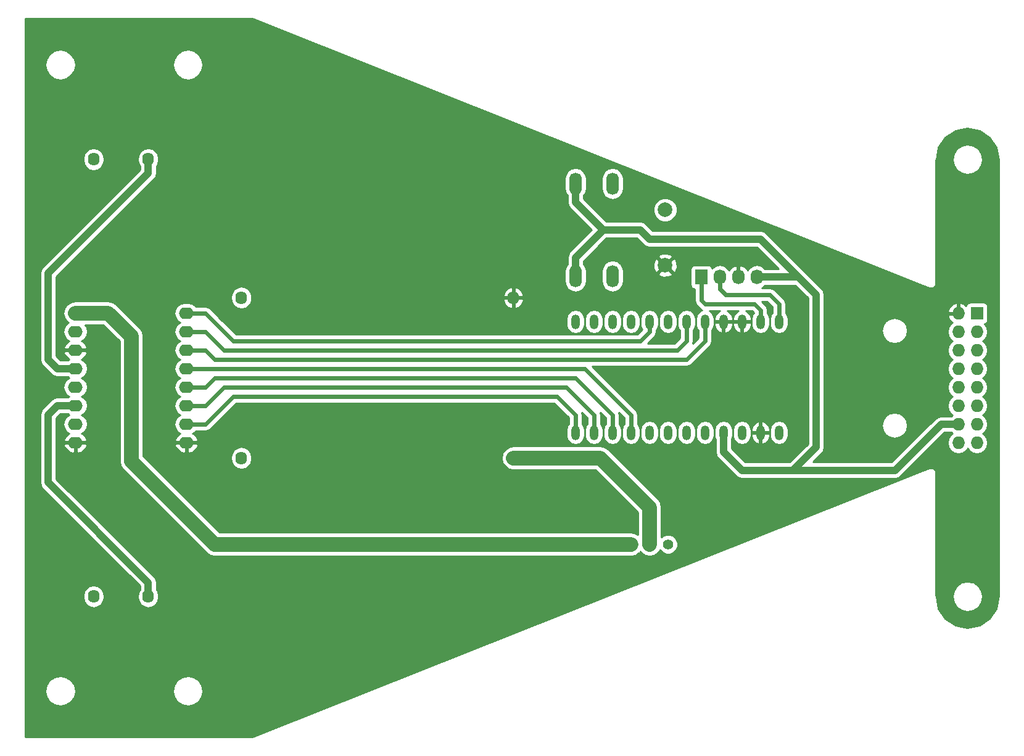
<source format=gtl>
G04 #@! TF.FileFunction,Copper,L1,Top,Signal*
%FSLAX46Y46*%
G04 Gerber Fmt 4.6, Leading zero omitted, Abs format (unit mm)*
G04 Created by KiCad (PCBNEW 4.0.5+dfsg1-4~bpo8+1) date Sun Mar 12 21:32:37 2017*
%MOMM*%
%LPD*%
G01*
G04 APERTURE LIST*
%ADD10C,0.100000*%
%ADD11O,1.600000X1.800000*%
%ADD12R,1.397000X1.397000*%
%ADD13C,1.397000*%
%ADD14O,1.727200X3.048000*%
%ADD15R,1.727200X1.727200*%
%ADD16O,1.727200X1.727200*%
%ADD17C,1.998980*%
%ADD18O,1.200000X2.000000*%
%ADD19R,1.727200X2.032000*%
%ADD20O,1.727200X2.032000*%
%ADD21O,2.000000X1.600000*%
%ADD22C,2.000000*%
%ADD23C,1.000000*%
%ADD24C,0.609600*%
%ADD25C,0.610000*%
%ADD26C,0.254000*%
G04 APERTURE END LIST*
D10*
D11*
X98550000Y-135000000D03*
X106050000Y-135000000D03*
X156170000Y-116000000D03*
X156170000Y-116000000D03*
X118830000Y-116000000D03*
X118830000Y-94000000D03*
X118830000Y-94000000D03*
X156170000Y-94000000D03*
X98550000Y-75000000D03*
X106050000Y-75000000D03*
D12*
X172320000Y-127860000D03*
D13*
X174860000Y-127860000D03*
X177400000Y-127860000D03*
D14*
X169780000Y-91030000D03*
X164700000Y-91030000D03*
X169780000Y-78330000D03*
X164700000Y-78330000D03*
D15*
X219790000Y-96130000D03*
D16*
X217250000Y-96130000D03*
X219790000Y-98670000D03*
X217250000Y-98670000D03*
X219790000Y-101210000D03*
X217250000Y-101210000D03*
X219790000Y-103750000D03*
X217250000Y-103750000D03*
X219790000Y-106290000D03*
X217250000Y-106290000D03*
X219790000Y-108830000D03*
X217250000Y-108830000D03*
X219790000Y-111370000D03*
X217250000Y-111370000D03*
X219790000Y-113910000D03*
X217250000Y-113910000D03*
D17*
X177005000Y-81925000D03*
X177005000Y-89545000D03*
D18*
X192640000Y-112520008D03*
X192640000Y-97280003D03*
X190100000Y-112520008D03*
X190100000Y-97280003D03*
X187560000Y-112520008D03*
X187560000Y-97280003D03*
X185020000Y-112520008D03*
X185020000Y-97280003D03*
X182480000Y-112520008D03*
X182480000Y-97280003D03*
X179940000Y-112520008D03*
X179940000Y-97280003D03*
X177400000Y-112520008D03*
X177400000Y-97280003D03*
X174860000Y-112520008D03*
X174860000Y-97280003D03*
X172320000Y-112520008D03*
X172320000Y-97280003D03*
X169780000Y-112520008D03*
X169780000Y-97280003D03*
X167240000Y-112520008D03*
X167240000Y-97280003D03*
X164700000Y-112520008D03*
X164700000Y-97280003D03*
D19*
X181972000Y-91157000D03*
D20*
X184512000Y-91157000D03*
X187052000Y-91157000D03*
X189592000Y-91157000D03*
D21*
X96050000Y-96110000D03*
X96050000Y-98650000D03*
X96050000Y-101190000D03*
X96050000Y-103730000D03*
X96050000Y-106270000D03*
X96050000Y-108810000D03*
X96050000Y-111350000D03*
X96050000Y-113890000D03*
X111290000Y-113890000D03*
X111290000Y-111350000D03*
X111290000Y-108810000D03*
X111290000Y-106270000D03*
X111290000Y-103730000D03*
X111290000Y-101190000D03*
X111290000Y-98650000D03*
X111290000Y-96110000D03*
D22*
X168080000Y-116000000D02*
X174860000Y-122780000D01*
X174860000Y-122780000D02*
X174860000Y-127860000D01*
X156170000Y-116000000D02*
X168080000Y-116000000D01*
D23*
X96050000Y-103730000D02*
X93580000Y-103730000D01*
X93580000Y-103730000D02*
X92310000Y-102460000D01*
X92310000Y-102460000D02*
X92310000Y-90640000D01*
X92310000Y-90640000D02*
X106050000Y-76900000D01*
X106050000Y-76900000D02*
X106050000Y-75000000D01*
X92310000Y-110080000D02*
X92310000Y-119360000D01*
X92310000Y-119360000D02*
X106050000Y-133100000D01*
X106050000Y-133100000D02*
X106050000Y-135000000D01*
X93580000Y-108810000D02*
X92310000Y-110080000D01*
X96050000Y-108810000D02*
X93580000Y-108810000D01*
X173590000Y-84680000D02*
X168510000Y-84680000D01*
X174860000Y-85950000D02*
X173590000Y-84680000D01*
X190100000Y-85950000D02*
X174860000Y-85950000D01*
X167240000Y-85950000D02*
X168510000Y-84680000D01*
X164700000Y-88490000D02*
X167240000Y-85950000D01*
X195053000Y-90903000D02*
X190100000Y-85950000D01*
X195053000Y-91157000D02*
X195053000Y-90903000D01*
X214885000Y-111370000D02*
X208555000Y-117700000D01*
X208555000Y-117700000D02*
X203475000Y-117700000D01*
X217250000Y-111370000D02*
X214885000Y-111370000D01*
X197720000Y-93570000D02*
X195180000Y-91030000D01*
X195053000Y-91157000D02*
X195180000Y-91030000D01*
X189592000Y-91157000D02*
X195053000Y-91157000D01*
X197720000Y-114525000D02*
X197720000Y-93570000D01*
X197720000Y-114525000D02*
X194545000Y-117700000D01*
X164700000Y-91030000D02*
X164700000Y-88490000D01*
X168510000Y-84680000D02*
X164700000Y-80870000D01*
X164700000Y-80870000D02*
X164700000Y-78330000D01*
X203475000Y-117700000D02*
X194545000Y-117700000D01*
X194545000Y-117700000D02*
X187560000Y-117700000D01*
X187560000Y-117700000D02*
X185020000Y-115160000D01*
X185020000Y-115160000D02*
X185020000Y-112520008D01*
D24*
X111290000Y-111350000D02*
X113900000Y-111350000D01*
X113900000Y-111350000D02*
X117710000Y-107540000D01*
X117710000Y-107540000D02*
X162160000Y-107540000D01*
X162160000Y-107540000D02*
X164700000Y-110080000D01*
X164700000Y-110080000D02*
X164700000Y-112520008D01*
X111290000Y-108810000D02*
X113900000Y-108810000D01*
X113900000Y-108810000D02*
X116440000Y-106270000D01*
X116440000Y-106270000D02*
X163430000Y-106270000D01*
X163430000Y-106270000D02*
X167240000Y-110080000D01*
X167240000Y-110080000D02*
X167240000Y-112520008D01*
X169780000Y-112520008D02*
X169780000Y-110080000D01*
X113900000Y-106270000D02*
X111290000Y-106270000D01*
X169780000Y-110080000D02*
X164700000Y-105000000D01*
X164700000Y-105000000D02*
X115170000Y-105000000D01*
X115170000Y-105000000D02*
X113900000Y-106270000D01*
X165970000Y-103730000D02*
X111290000Y-103730000D01*
X172320000Y-110080000D02*
X165970000Y-103730000D01*
X172320000Y-112520008D02*
X172320000Y-110080000D01*
X182480000Y-97280003D02*
X182480000Y-99920000D01*
X182480000Y-99920000D02*
X179940000Y-102460000D01*
X179940000Y-102460000D02*
X115170000Y-102460000D01*
X115170000Y-102460000D02*
X113900000Y-101190000D01*
X113900000Y-101190000D02*
X111290000Y-101190000D01*
X111290000Y-98650000D02*
X113900000Y-98650000D01*
X178670000Y-101190000D02*
X179940000Y-99920000D01*
X113900000Y-98650000D02*
X116440000Y-101190000D01*
X116440000Y-101190000D02*
X178670000Y-101190000D01*
X179940000Y-99920000D02*
X179940000Y-97680003D01*
X179940000Y-97680003D02*
X179940000Y-97280003D01*
X174860000Y-97280003D02*
X174860000Y-98650000D01*
X174860000Y-98650000D02*
X173590000Y-99920000D01*
X117710000Y-99920000D02*
X113900000Y-96110000D01*
X173590000Y-99920000D02*
X117710000Y-99920000D01*
X113900000Y-96110000D02*
X111290000Y-96110000D01*
D22*
X103740000Y-99285000D02*
X103740000Y-116430000D01*
X103740000Y-116430000D02*
X115170000Y-127860000D01*
X96050000Y-96110000D02*
X100565000Y-96110000D01*
X100565000Y-96110000D02*
X103740000Y-99285000D01*
X115170000Y-127860000D02*
X172320000Y-127860000D01*
D24*
X182480000Y-94840000D02*
X189269597Y-94840000D01*
X189269597Y-94840000D02*
X190100000Y-95670403D01*
X181972000Y-94332000D02*
X182480000Y-94840000D01*
X181972000Y-92681000D02*
X181972000Y-94332000D01*
D25*
X181972000Y-91157000D02*
X181972000Y-92681000D01*
D24*
X190100000Y-97280003D02*
X190100000Y-95670403D01*
X192640000Y-97280003D02*
X192640000Y-94840000D01*
X192640000Y-94840000D02*
X191370000Y-93570000D01*
X191370000Y-93570000D02*
X185299400Y-93570000D01*
X185299400Y-93570000D02*
X184512000Y-92782600D01*
X184512000Y-91157000D02*
X184512000Y-92782600D01*
X184512000Y-92782600D02*
X184537400Y-92808000D01*
D26*
G36*
X213247878Y-92640078D02*
X213374679Y-92663453D01*
X213501100Y-92688600D01*
X213505906Y-92687644D01*
X213510723Y-92688532D01*
X213636821Y-92661603D01*
X213763238Y-92636457D01*
X213767309Y-92633737D01*
X213772103Y-92632713D01*
X213878320Y-92559562D01*
X213985468Y-92487968D01*
X213988189Y-92483895D01*
X213992225Y-92481116D01*
X214062361Y-92372889D01*
X214133957Y-92265738D01*
X214134912Y-92260935D01*
X214137578Y-92256822D01*
X214160954Y-92130015D01*
X214186100Y-92003600D01*
X214186100Y-75071067D01*
X214199520Y-75003600D01*
X216416100Y-75003600D01*
X216574811Y-75801495D01*
X217026782Y-76477918D01*
X217703205Y-76929889D01*
X218501100Y-77088600D01*
X219298995Y-76929889D01*
X219975418Y-76477918D01*
X220427389Y-75801495D01*
X220586100Y-75003600D01*
X220427389Y-74205705D01*
X219975418Y-73529282D01*
X219298995Y-73077311D01*
X218501100Y-72918600D01*
X217703205Y-73077311D01*
X217026782Y-73529282D01*
X216574811Y-74205705D01*
X216416100Y-75003600D01*
X214199520Y-75003600D01*
X214526958Y-73357458D01*
X215459423Y-71961924D01*
X216854956Y-71029458D01*
X218501100Y-70702020D01*
X220147242Y-71029458D01*
X221542776Y-71961923D01*
X222475242Y-73357456D01*
X222816100Y-75071067D01*
X222816100Y-134936133D01*
X222475242Y-136649744D01*
X221542776Y-138045277D01*
X220147242Y-138977742D01*
X218501100Y-139305180D01*
X216854956Y-138977742D01*
X215459423Y-138045276D01*
X214526958Y-136649742D01*
X214199521Y-135003600D01*
X216416100Y-135003600D01*
X216574811Y-135801495D01*
X217026782Y-136477918D01*
X217703205Y-136929889D01*
X218501100Y-137088600D01*
X219298995Y-136929889D01*
X219975418Y-136477918D01*
X220427389Y-135801495D01*
X220586100Y-135003600D01*
X220427389Y-134205705D01*
X219975418Y-133529282D01*
X219298995Y-133077311D01*
X218501100Y-132918600D01*
X217703205Y-133077311D01*
X217026782Y-133529282D01*
X216574811Y-134205705D01*
X216416100Y-135003600D01*
X214199521Y-135003600D01*
X214186100Y-134936133D01*
X214186100Y-118003600D01*
X214160954Y-117877185D01*
X214137578Y-117750378D01*
X214134912Y-117746265D01*
X214133957Y-117741462D01*
X214062361Y-117634311D01*
X213992225Y-117526084D01*
X213988189Y-117523305D01*
X213985468Y-117519232D01*
X213878320Y-117447638D01*
X213772103Y-117374487D01*
X213767309Y-117373463D01*
X213763238Y-117370743D01*
X213636821Y-117345597D01*
X213510723Y-117318668D01*
X213505906Y-117319556D01*
X213501100Y-117318600D01*
X213374679Y-117343747D01*
X213247878Y-117367122D01*
X120369841Y-154318600D01*
X89186100Y-154318600D01*
X89186100Y-148003600D01*
X91916100Y-148003600D01*
X92074811Y-148801495D01*
X92526782Y-149477918D01*
X93203205Y-149929889D01*
X94001100Y-150088600D01*
X94798995Y-149929889D01*
X95475418Y-149477918D01*
X95927389Y-148801495D01*
X96086100Y-148003600D01*
X109416100Y-148003600D01*
X109574811Y-148801495D01*
X110026782Y-149477918D01*
X110703205Y-149929889D01*
X111501100Y-150088600D01*
X112298995Y-149929889D01*
X112975418Y-149477918D01*
X113427389Y-148801495D01*
X113586100Y-148003600D01*
X113427389Y-147205705D01*
X112975418Y-146529282D01*
X112298995Y-146077311D01*
X111501100Y-145918600D01*
X110703205Y-146077311D01*
X110026782Y-146529282D01*
X109574811Y-147205705D01*
X109416100Y-148003600D01*
X96086100Y-148003600D01*
X95927389Y-147205705D01*
X95475418Y-146529282D01*
X94798995Y-146077311D01*
X94001100Y-145918600D01*
X93203205Y-146077311D01*
X92526782Y-146529282D01*
X92074811Y-147205705D01*
X91916100Y-148003600D01*
X89186100Y-148003600D01*
X89186100Y-134869928D01*
X97115000Y-134869928D01*
X97115000Y-135130072D01*
X97224233Y-135679223D01*
X97535302Y-136144770D01*
X98000849Y-136455839D01*
X98550000Y-136565072D01*
X99099151Y-136455839D01*
X99564698Y-136144770D01*
X99875767Y-135679223D01*
X99985000Y-135130072D01*
X99985000Y-134869928D01*
X99875767Y-134320777D01*
X99564698Y-133855230D01*
X99099151Y-133544161D01*
X98550000Y-133434928D01*
X98000849Y-133544161D01*
X97535302Y-133855230D01*
X97224233Y-134320777D01*
X97115000Y-134869928D01*
X89186100Y-134869928D01*
X89186100Y-90640000D01*
X91175000Y-90640000D01*
X91175000Y-102460000D01*
X91261397Y-102894346D01*
X91507434Y-103262566D01*
X92777434Y-104532566D01*
X93145654Y-104778603D01*
X93580000Y-104865000D01*
X94983314Y-104865000D01*
X95185356Y-105000000D01*
X94803270Y-105255302D01*
X94492201Y-105720849D01*
X94382968Y-106270000D01*
X94492201Y-106819151D01*
X94803270Y-107284698D01*
X95185356Y-107540000D01*
X94983314Y-107675000D01*
X93580000Y-107675000D01*
X93145654Y-107761397D01*
X92938750Y-107899646D01*
X92777434Y-108007434D01*
X91507434Y-109277434D01*
X91261397Y-109645654D01*
X91175000Y-110080000D01*
X91175000Y-119360000D01*
X91261397Y-119794346D01*
X91507434Y-120162566D01*
X104915000Y-133570132D01*
X104915000Y-134035274D01*
X104724233Y-134320777D01*
X104615000Y-134869928D01*
X104615000Y-135130072D01*
X104724233Y-135679223D01*
X105035302Y-136144770D01*
X105500849Y-136455839D01*
X106050000Y-136565072D01*
X106599151Y-136455839D01*
X107064698Y-136144770D01*
X107375767Y-135679223D01*
X107485000Y-135130072D01*
X107485000Y-134869928D01*
X107375767Y-134320777D01*
X107185000Y-134035274D01*
X107185000Y-133100000D01*
X107098603Y-132665654D01*
X106852566Y-132297434D01*
X93445000Y-118889868D01*
X93445000Y-114239039D01*
X94458096Y-114239039D01*
X94468558Y-114296730D01*
X94729363Y-114794424D01*
X95160774Y-115154428D01*
X95697114Y-115321934D01*
X95923000Y-115169471D01*
X95923000Y-114017000D01*
X96177000Y-114017000D01*
X96177000Y-115169471D01*
X96402886Y-115321934D01*
X96939226Y-115154428D01*
X97370637Y-114794424D01*
X97631442Y-114296730D01*
X97641904Y-114239039D01*
X97519915Y-114017000D01*
X96177000Y-114017000D01*
X95923000Y-114017000D01*
X94580085Y-114017000D01*
X94458096Y-114239039D01*
X93445000Y-114239039D01*
X93445000Y-110550132D01*
X94050132Y-109945000D01*
X94983314Y-109945000D01*
X95185356Y-110080000D01*
X94803270Y-110335302D01*
X94492201Y-110800849D01*
X94382968Y-111350000D01*
X94492201Y-111899151D01*
X94803270Y-112364698D01*
X95183209Y-112618565D01*
X95160774Y-112625572D01*
X94729363Y-112985576D01*
X94468558Y-113483270D01*
X94458096Y-113540961D01*
X94580085Y-113763000D01*
X95923000Y-113763000D01*
X95923000Y-113743000D01*
X96177000Y-113743000D01*
X96177000Y-113763000D01*
X97519915Y-113763000D01*
X97641904Y-113540961D01*
X97631442Y-113483270D01*
X97370637Y-112985576D01*
X96939226Y-112625572D01*
X96916791Y-112618565D01*
X97296730Y-112364698D01*
X97607799Y-111899151D01*
X97717032Y-111350000D01*
X97607799Y-110800849D01*
X97296730Y-110335302D01*
X96914644Y-110080000D01*
X97296730Y-109824698D01*
X97607799Y-109359151D01*
X97717032Y-108810000D01*
X97607799Y-108260849D01*
X97296730Y-107795302D01*
X96914644Y-107540000D01*
X97296730Y-107284698D01*
X97607799Y-106819151D01*
X97717032Y-106270000D01*
X97607799Y-105720849D01*
X97296730Y-105255302D01*
X96914644Y-105000000D01*
X97296730Y-104744698D01*
X97607799Y-104279151D01*
X97717032Y-103730000D01*
X97607799Y-103180849D01*
X97296730Y-102715302D01*
X96916791Y-102461435D01*
X96939226Y-102454428D01*
X97370637Y-102094424D01*
X97631442Y-101596730D01*
X97641904Y-101539039D01*
X97519915Y-101317000D01*
X96177000Y-101317000D01*
X96177000Y-101337000D01*
X95923000Y-101337000D01*
X95923000Y-101317000D01*
X94580085Y-101317000D01*
X94458096Y-101539039D01*
X94468558Y-101596730D01*
X94729363Y-102094424D01*
X95160774Y-102454428D01*
X95183209Y-102461435D01*
X94983314Y-102595000D01*
X94050132Y-102595000D01*
X93445000Y-101989868D01*
X93445000Y-96110000D01*
X94382968Y-96110000D01*
X94492201Y-96659151D01*
X94537811Y-96727411D01*
X94539457Y-96735687D01*
X94893880Y-97266120D01*
X95124835Y-97420439D01*
X94803270Y-97635302D01*
X94492201Y-98100849D01*
X94382968Y-98650000D01*
X94492201Y-99199151D01*
X94803270Y-99664698D01*
X95183209Y-99918565D01*
X95160774Y-99925572D01*
X94729363Y-100285576D01*
X94468558Y-100783270D01*
X94458096Y-100840961D01*
X94580085Y-101063000D01*
X95923000Y-101063000D01*
X95923000Y-101043000D01*
X96177000Y-101043000D01*
X96177000Y-101063000D01*
X97519915Y-101063000D01*
X97641904Y-100840961D01*
X97631442Y-100783270D01*
X97370637Y-100285576D01*
X96939226Y-99925572D01*
X96916791Y-99918565D01*
X97296730Y-99664698D01*
X97607799Y-99199151D01*
X97717032Y-98650000D01*
X97607799Y-98100849D01*
X97370028Y-97745000D01*
X99887760Y-97745000D01*
X102105000Y-99962240D01*
X102105000Y-116429995D01*
X102104999Y-116430000D01*
X102229457Y-117055688D01*
X102583880Y-117586120D01*
X114013880Y-129016120D01*
X114544312Y-129370543D01*
X115170000Y-129495001D01*
X115170005Y-129495000D01*
X172320000Y-129495000D01*
X172945687Y-129370543D01*
X173375128Y-129083600D01*
X173469941Y-129022590D01*
X173472885Y-129018282D01*
X173476120Y-129016120D01*
X173553955Y-128899632D01*
X173590403Y-128846289D01*
X173703880Y-129016120D01*
X174234313Y-129370543D01*
X174860000Y-129495000D01*
X175485687Y-129370543D01*
X176016120Y-129016120D01*
X176278258Y-128623801D01*
X176643647Y-128989827D01*
X177133587Y-129193268D01*
X177664086Y-129193731D01*
X178154380Y-128991146D01*
X178529827Y-128616353D01*
X178733268Y-128126413D01*
X178733731Y-127595914D01*
X178531146Y-127105620D01*
X178156353Y-126730173D01*
X177666413Y-126526732D01*
X177135914Y-126526269D01*
X176645620Y-126728854D01*
X176495000Y-126879212D01*
X176495000Y-122780005D01*
X176495001Y-122780000D01*
X176370543Y-122154312D01*
X176016120Y-121623880D01*
X169236120Y-114843880D01*
X168705688Y-114489457D01*
X168080000Y-114364999D01*
X168079995Y-114365000D01*
X156170000Y-114365000D01*
X155544313Y-114489457D01*
X155013880Y-114843880D01*
X154659457Y-115374313D01*
X154535000Y-116000000D01*
X154659457Y-116625687D01*
X155013880Y-117156120D01*
X155544313Y-117510543D01*
X156170000Y-117635000D01*
X167402760Y-117635000D01*
X173225000Y-123457240D01*
X173225000Y-126536087D01*
X172945687Y-126349457D01*
X172320000Y-126225000D01*
X115847240Y-126225000D01*
X105492168Y-115869928D01*
X117395000Y-115869928D01*
X117395000Y-116130072D01*
X117504233Y-116679223D01*
X117815302Y-117144770D01*
X118280849Y-117455839D01*
X118830000Y-117565072D01*
X119379151Y-117455839D01*
X119844698Y-117144770D01*
X120155767Y-116679223D01*
X120265000Y-116130072D01*
X120265000Y-115869928D01*
X120155767Y-115320777D01*
X119844698Y-114855230D01*
X119379151Y-114544161D01*
X118830000Y-114434928D01*
X118280849Y-114544161D01*
X117815302Y-114855230D01*
X117504233Y-115320777D01*
X117395000Y-115869928D01*
X105492168Y-115869928D01*
X105375000Y-115752760D01*
X105375000Y-114239039D01*
X109698096Y-114239039D01*
X109708558Y-114296730D01*
X109969363Y-114794424D01*
X110400774Y-115154428D01*
X110937114Y-115321934D01*
X111163000Y-115169471D01*
X111163000Y-114017000D01*
X111417000Y-114017000D01*
X111417000Y-115169471D01*
X111642886Y-115321934D01*
X112179226Y-115154428D01*
X112610637Y-114794424D01*
X112871442Y-114296730D01*
X112881904Y-114239039D01*
X112759915Y-114017000D01*
X111417000Y-114017000D01*
X111163000Y-114017000D01*
X109820085Y-114017000D01*
X109698096Y-114239039D01*
X105375000Y-114239039D01*
X105375000Y-99285005D01*
X105375001Y-99285000D01*
X105250543Y-98659312D01*
X104896120Y-98128880D01*
X102877240Y-96110000D01*
X109622968Y-96110000D01*
X109732201Y-96659151D01*
X110043270Y-97124698D01*
X110425356Y-97380000D01*
X110043270Y-97635302D01*
X109732201Y-98100849D01*
X109622968Y-98650000D01*
X109732201Y-99199151D01*
X110043270Y-99664698D01*
X110425356Y-99920000D01*
X110043270Y-100175302D01*
X109732201Y-100640849D01*
X109622968Y-101190000D01*
X109732201Y-101739151D01*
X110043270Y-102204698D01*
X110425356Y-102460000D01*
X110043270Y-102715302D01*
X109732201Y-103180849D01*
X109622968Y-103730000D01*
X109732201Y-104279151D01*
X110043270Y-104744698D01*
X110425356Y-105000000D01*
X110043270Y-105255302D01*
X109732201Y-105720849D01*
X109622968Y-106270000D01*
X109732201Y-106819151D01*
X110043270Y-107284698D01*
X110425356Y-107540000D01*
X110043270Y-107795302D01*
X109732201Y-108260849D01*
X109622968Y-108810000D01*
X109732201Y-109359151D01*
X110043270Y-109824698D01*
X110425356Y-110080000D01*
X110043270Y-110335302D01*
X109732201Y-110800849D01*
X109622968Y-111350000D01*
X109732201Y-111899151D01*
X110043270Y-112364698D01*
X110423209Y-112618565D01*
X110400774Y-112625572D01*
X109969363Y-112985576D01*
X109708558Y-113483270D01*
X109698096Y-113540961D01*
X109820085Y-113763000D01*
X111163000Y-113763000D01*
X111163000Y-113743000D01*
X111417000Y-113743000D01*
X111417000Y-113763000D01*
X112759915Y-113763000D01*
X112881904Y-113540961D01*
X112871442Y-113483270D01*
X112610637Y-112985576D01*
X112179226Y-112625572D01*
X112156791Y-112618565D01*
X112536730Y-112364698D01*
X112586775Y-112289800D01*
X113900000Y-112289800D01*
X114259646Y-112218262D01*
X114564539Y-112014539D01*
X118099278Y-108479800D01*
X161770722Y-108479800D01*
X163760200Y-110469278D01*
X163760200Y-111314258D01*
X163559009Y-111615362D01*
X163465000Y-112087976D01*
X163465000Y-112952040D01*
X163559009Y-113424654D01*
X163826723Y-113825317D01*
X164227386Y-114093031D01*
X164700000Y-114187040D01*
X165172614Y-114093031D01*
X165573277Y-113825317D01*
X165840991Y-113424654D01*
X165935000Y-112952040D01*
X165935000Y-112087976D01*
X165840991Y-111615362D01*
X165639800Y-111314258D01*
X165639800Y-110080000D01*
X165572480Y-109741558D01*
X166300200Y-110469278D01*
X166300200Y-111314258D01*
X166099009Y-111615362D01*
X166005000Y-112087976D01*
X166005000Y-112952040D01*
X166099009Y-113424654D01*
X166366723Y-113825317D01*
X166767386Y-114093031D01*
X167240000Y-114187040D01*
X167712614Y-114093031D01*
X168113277Y-113825317D01*
X168380991Y-113424654D01*
X168475000Y-112952040D01*
X168475000Y-112087976D01*
X168380991Y-111615362D01*
X168179800Y-111314258D01*
X168179800Y-110080000D01*
X168112480Y-109741558D01*
X168840200Y-110469278D01*
X168840200Y-111314258D01*
X168639009Y-111615362D01*
X168545000Y-112087976D01*
X168545000Y-112952040D01*
X168639009Y-113424654D01*
X168906723Y-113825317D01*
X169307386Y-114093031D01*
X169780000Y-114187040D01*
X170252614Y-114093031D01*
X170653277Y-113825317D01*
X170920991Y-113424654D01*
X171015000Y-112952040D01*
X171015000Y-112087976D01*
X170920991Y-111615362D01*
X170719800Y-111314258D01*
X170719800Y-110080000D01*
X170652480Y-109741558D01*
X171380200Y-110469278D01*
X171380200Y-111314258D01*
X171179009Y-111615362D01*
X171085000Y-112087976D01*
X171085000Y-112952040D01*
X171179009Y-113424654D01*
X171446723Y-113825317D01*
X171847386Y-114093031D01*
X172320000Y-114187040D01*
X172792614Y-114093031D01*
X173193277Y-113825317D01*
X173460991Y-113424654D01*
X173555000Y-112952040D01*
X173555000Y-112087976D01*
X173625000Y-112087976D01*
X173625000Y-112952040D01*
X173719009Y-113424654D01*
X173986723Y-113825317D01*
X174387386Y-114093031D01*
X174860000Y-114187040D01*
X175332614Y-114093031D01*
X175733277Y-113825317D01*
X176000991Y-113424654D01*
X176095000Y-112952040D01*
X176095000Y-112087976D01*
X176165000Y-112087976D01*
X176165000Y-112952040D01*
X176259009Y-113424654D01*
X176526723Y-113825317D01*
X176927386Y-114093031D01*
X177400000Y-114187040D01*
X177872614Y-114093031D01*
X178273277Y-113825317D01*
X178540991Y-113424654D01*
X178635000Y-112952040D01*
X178635000Y-112087976D01*
X178705000Y-112087976D01*
X178705000Y-112952040D01*
X178799009Y-113424654D01*
X179066723Y-113825317D01*
X179467386Y-114093031D01*
X179940000Y-114187040D01*
X180412614Y-114093031D01*
X180813277Y-113825317D01*
X181080991Y-113424654D01*
X181175000Y-112952040D01*
X181175000Y-112087976D01*
X181245000Y-112087976D01*
X181245000Y-112952040D01*
X181339009Y-113424654D01*
X181606723Y-113825317D01*
X182007386Y-114093031D01*
X182480000Y-114187040D01*
X182952614Y-114093031D01*
X183353277Y-113825317D01*
X183620991Y-113424654D01*
X183715000Y-112952040D01*
X183715000Y-112087976D01*
X183620991Y-111615362D01*
X183353277Y-111214699D01*
X182952614Y-110946985D01*
X182480000Y-110852976D01*
X182007386Y-110946985D01*
X181606723Y-111214699D01*
X181339009Y-111615362D01*
X181245000Y-112087976D01*
X181175000Y-112087976D01*
X181080991Y-111615362D01*
X180813277Y-111214699D01*
X180412614Y-110946985D01*
X179940000Y-110852976D01*
X179467386Y-110946985D01*
X179066723Y-111214699D01*
X178799009Y-111615362D01*
X178705000Y-112087976D01*
X178635000Y-112087976D01*
X178540991Y-111615362D01*
X178273277Y-111214699D01*
X177872614Y-110946985D01*
X177400000Y-110852976D01*
X176927386Y-110946985D01*
X176526723Y-111214699D01*
X176259009Y-111615362D01*
X176165000Y-112087976D01*
X176095000Y-112087976D01*
X176000991Y-111615362D01*
X175733277Y-111214699D01*
X175332614Y-110946985D01*
X174860000Y-110852976D01*
X174387386Y-110946985D01*
X173986723Y-111214699D01*
X173719009Y-111615362D01*
X173625000Y-112087976D01*
X173555000Y-112087976D01*
X173460991Y-111615362D01*
X173259800Y-111314258D01*
X173259800Y-110080000D01*
X173188262Y-109720354D01*
X172984539Y-109415461D01*
X166968878Y-103399800D01*
X179940000Y-103399800D01*
X180299646Y-103328262D01*
X180604539Y-103124539D01*
X183144539Y-100584539D01*
X183348262Y-100279646D01*
X183419800Y-99920000D01*
X183419800Y-98485753D01*
X183620991Y-98184649D01*
X183715000Y-97712035D01*
X183715000Y-97407003D01*
X183785000Y-97407003D01*
X183785000Y-97807003D01*
X183927610Y-98269950D01*
X184236526Y-98643083D01*
X184664719Y-98869595D01*
X184702391Y-98873465D01*
X184893000Y-98748734D01*
X184893000Y-97407003D01*
X185147000Y-97407003D01*
X185147000Y-98748734D01*
X185337609Y-98873465D01*
X185375281Y-98869595D01*
X185803474Y-98643083D01*
X186112390Y-98269950D01*
X186255000Y-97807003D01*
X186255000Y-97407003D01*
X186325000Y-97407003D01*
X186325000Y-97807003D01*
X186467610Y-98269950D01*
X186776526Y-98643083D01*
X187204719Y-98869595D01*
X187242391Y-98873465D01*
X187433000Y-98748734D01*
X187433000Y-97407003D01*
X187687000Y-97407003D01*
X187687000Y-98748734D01*
X187877609Y-98873465D01*
X187915281Y-98869595D01*
X188343474Y-98643083D01*
X188652390Y-98269950D01*
X188795000Y-97807003D01*
X188795000Y-97407003D01*
X187687000Y-97407003D01*
X187433000Y-97407003D01*
X186325000Y-97407003D01*
X186255000Y-97407003D01*
X185147000Y-97407003D01*
X184893000Y-97407003D01*
X183785000Y-97407003D01*
X183715000Y-97407003D01*
X183715000Y-96847971D01*
X183620991Y-96375357D01*
X183353277Y-95974694D01*
X183061597Y-95779800D01*
X184495740Y-95779800D01*
X184236526Y-95916923D01*
X183927610Y-96290056D01*
X183785000Y-96753003D01*
X183785000Y-97153003D01*
X184893000Y-97153003D01*
X184893000Y-97133003D01*
X185147000Y-97133003D01*
X185147000Y-97153003D01*
X186255000Y-97153003D01*
X186255000Y-96753003D01*
X186112390Y-96290056D01*
X185803474Y-95916923D01*
X185544260Y-95779800D01*
X187035740Y-95779800D01*
X186776526Y-95916923D01*
X186467610Y-96290056D01*
X186325000Y-96753003D01*
X186325000Y-97153003D01*
X187433000Y-97153003D01*
X187433000Y-97133003D01*
X187687000Y-97133003D01*
X187687000Y-97153003D01*
X188795000Y-97153003D01*
X188795000Y-96753003D01*
X188652390Y-96290056D01*
X188343474Y-95916923D01*
X188084260Y-95779800D01*
X188880319Y-95779800D01*
X189160200Y-96059681D01*
X189160200Y-96074253D01*
X188959009Y-96375357D01*
X188865000Y-96847971D01*
X188865000Y-97712035D01*
X188959009Y-98184649D01*
X189226723Y-98585312D01*
X189627386Y-98853026D01*
X190100000Y-98947035D01*
X190572614Y-98853026D01*
X190973277Y-98585312D01*
X191240991Y-98184649D01*
X191335000Y-97712035D01*
X191335000Y-96847971D01*
X191240991Y-96375357D01*
X191039800Y-96074253D01*
X191039800Y-95670403D01*
X190968262Y-95310757D01*
X190764539Y-95005864D01*
X190268475Y-94509800D01*
X190980722Y-94509800D01*
X191700200Y-95229278D01*
X191700200Y-96074253D01*
X191499009Y-96375357D01*
X191405000Y-96847971D01*
X191405000Y-97712035D01*
X191499009Y-98184649D01*
X191766723Y-98585312D01*
X192167386Y-98853026D01*
X192640000Y-98947035D01*
X193112614Y-98853026D01*
X193513277Y-98585312D01*
X193780991Y-98184649D01*
X193875000Y-97712035D01*
X193875000Y-96847971D01*
X193780991Y-96375357D01*
X193579800Y-96074253D01*
X193579800Y-94840000D01*
X193508262Y-94480354D01*
X193304539Y-94175461D01*
X192034539Y-92905461D01*
X191729646Y-92701738D01*
X191370000Y-92630200D01*
X190309269Y-92630200D01*
X190651670Y-92401415D01*
X190724779Y-92292000D01*
X194836868Y-92292000D01*
X196585000Y-94040133D01*
X196585000Y-114054868D01*
X194074868Y-116565000D01*
X188030133Y-116565000D01*
X186155000Y-114689868D01*
X186155000Y-113433620D01*
X186160991Y-113424654D01*
X186255000Y-112952040D01*
X186255000Y-112087976D01*
X186325000Y-112087976D01*
X186325000Y-112952040D01*
X186419009Y-113424654D01*
X186686723Y-113825317D01*
X187087386Y-114093031D01*
X187560000Y-114187040D01*
X188032614Y-114093031D01*
X188433277Y-113825317D01*
X188700991Y-113424654D01*
X188795000Y-112952040D01*
X188795000Y-112647008D01*
X188865000Y-112647008D01*
X188865000Y-113047008D01*
X189007610Y-113509955D01*
X189316526Y-113883088D01*
X189744719Y-114109600D01*
X189782391Y-114113470D01*
X189973000Y-113988739D01*
X189973000Y-112647008D01*
X190227000Y-112647008D01*
X190227000Y-113988739D01*
X190417609Y-114113470D01*
X190455281Y-114109600D01*
X190883474Y-113883088D01*
X191192390Y-113509955D01*
X191335000Y-113047008D01*
X191335000Y-112647008D01*
X190227000Y-112647008D01*
X189973000Y-112647008D01*
X188865000Y-112647008D01*
X188795000Y-112647008D01*
X188795000Y-112087976D01*
X188776110Y-111993008D01*
X188865000Y-111993008D01*
X188865000Y-112393008D01*
X189973000Y-112393008D01*
X189973000Y-111051277D01*
X190227000Y-111051277D01*
X190227000Y-112393008D01*
X191335000Y-112393008D01*
X191335000Y-112087976D01*
X191405000Y-112087976D01*
X191405000Y-112952040D01*
X191499009Y-113424654D01*
X191766723Y-113825317D01*
X192167386Y-114093031D01*
X192640000Y-114187040D01*
X193112614Y-114093031D01*
X193513277Y-113825317D01*
X193780991Y-113424654D01*
X193875000Y-112952040D01*
X193875000Y-112087976D01*
X193780991Y-111615362D01*
X193513277Y-111214699D01*
X193112614Y-110946985D01*
X192640000Y-110852976D01*
X192167386Y-110946985D01*
X191766723Y-111214699D01*
X191499009Y-111615362D01*
X191405000Y-112087976D01*
X191335000Y-112087976D01*
X191335000Y-111993008D01*
X191192390Y-111530061D01*
X190883474Y-111156928D01*
X190455281Y-110930416D01*
X190417609Y-110926546D01*
X190227000Y-111051277D01*
X189973000Y-111051277D01*
X189782391Y-110926546D01*
X189744719Y-110930416D01*
X189316526Y-111156928D01*
X189007610Y-111530061D01*
X188865000Y-111993008D01*
X188776110Y-111993008D01*
X188700991Y-111615362D01*
X188433277Y-111214699D01*
X188032614Y-110946985D01*
X187560000Y-110852976D01*
X187087386Y-110946985D01*
X186686723Y-111214699D01*
X186419009Y-111615362D01*
X186325000Y-112087976D01*
X186255000Y-112087976D01*
X186160991Y-111615362D01*
X185893277Y-111214699D01*
X185492614Y-110946985D01*
X185020000Y-110852976D01*
X184547386Y-110946985D01*
X184146723Y-111214699D01*
X183879009Y-111615362D01*
X183785000Y-112087976D01*
X183785000Y-112952040D01*
X183879009Y-113424654D01*
X183885000Y-113433620D01*
X183885000Y-115160000D01*
X183971397Y-115594346D01*
X184015266Y-115660000D01*
X184217434Y-115962566D01*
X186757433Y-118502566D01*
X187125654Y-118748603D01*
X187560000Y-118835000D01*
X208555000Y-118835000D01*
X208989346Y-118748603D01*
X209357566Y-118502566D01*
X215355132Y-112505000D01*
X216259130Y-112505000D01*
X216461172Y-112640000D01*
X216190330Y-112820971D01*
X215865474Y-113307152D01*
X215751400Y-113880641D01*
X215751400Y-113939359D01*
X215865474Y-114512848D01*
X216190330Y-114999029D01*
X216676511Y-115323885D01*
X217250000Y-115437959D01*
X217823489Y-115323885D01*
X218309670Y-114999029D01*
X218520000Y-114684248D01*
X218730330Y-114999029D01*
X219216511Y-115323885D01*
X219790000Y-115437959D01*
X220363489Y-115323885D01*
X220849670Y-114999029D01*
X221174526Y-114512848D01*
X221288600Y-113939359D01*
X221288600Y-113880641D01*
X221174526Y-113307152D01*
X220849670Y-112820971D01*
X220578828Y-112640000D01*
X220849670Y-112459029D01*
X221174526Y-111972848D01*
X221288600Y-111399359D01*
X221288600Y-111340641D01*
X221174526Y-110767152D01*
X220849670Y-110280971D01*
X220578828Y-110100000D01*
X220849670Y-109919029D01*
X221174526Y-109432848D01*
X221288600Y-108859359D01*
X221288600Y-108800641D01*
X221174526Y-108227152D01*
X220849670Y-107740971D01*
X220578828Y-107560000D01*
X220849670Y-107379029D01*
X221174526Y-106892848D01*
X221288600Y-106319359D01*
X221288600Y-106260641D01*
X221174526Y-105687152D01*
X220849670Y-105200971D01*
X220578828Y-105020000D01*
X220849670Y-104839029D01*
X221174526Y-104352848D01*
X221288600Y-103779359D01*
X221288600Y-103720641D01*
X221174526Y-103147152D01*
X220849670Y-102660971D01*
X220578828Y-102480000D01*
X220849670Y-102299029D01*
X221174526Y-101812848D01*
X221288600Y-101239359D01*
X221288600Y-101180641D01*
X221174526Y-100607152D01*
X220849670Y-100120971D01*
X220578828Y-99940000D01*
X220849670Y-99759029D01*
X221174526Y-99272848D01*
X221288600Y-98699359D01*
X221288600Y-98640641D01*
X221174526Y-98067152D01*
X220863426Y-97601558D01*
X220888917Y-97596762D01*
X221105041Y-97457690D01*
X221250031Y-97245490D01*
X221301040Y-96993600D01*
X221301040Y-95266400D01*
X221256762Y-95031083D01*
X221117690Y-94814959D01*
X220905490Y-94669969D01*
X220653600Y-94618960D01*
X218926400Y-94618960D01*
X218691083Y-94663238D01*
X218474959Y-94802310D01*
X218329969Y-95014510D01*
X218310961Y-95108375D01*
X218024947Y-94847312D01*
X217609026Y-94675042D01*
X217377000Y-94796183D01*
X217377000Y-96003000D01*
X217397000Y-96003000D01*
X217397000Y-96257000D01*
X217377000Y-96257000D01*
X217377000Y-96277000D01*
X217123000Y-96277000D01*
X217123000Y-96257000D01*
X215915531Y-96257000D01*
X215795032Y-96489027D01*
X216043179Y-97018490D01*
X216461161Y-97400008D01*
X216190330Y-97580971D01*
X215865474Y-98067152D01*
X215751400Y-98640641D01*
X215751400Y-98699359D01*
X215865474Y-99272848D01*
X216190330Y-99759029D01*
X216461172Y-99940000D01*
X216190330Y-100120971D01*
X215865474Y-100607152D01*
X215751400Y-101180641D01*
X215751400Y-101239359D01*
X215865474Y-101812848D01*
X216190330Y-102299029D01*
X216461172Y-102480000D01*
X216190330Y-102660971D01*
X215865474Y-103147152D01*
X215751400Y-103720641D01*
X215751400Y-103779359D01*
X215865474Y-104352848D01*
X216190330Y-104839029D01*
X216461172Y-105020000D01*
X216190330Y-105200971D01*
X215865474Y-105687152D01*
X215751400Y-106260641D01*
X215751400Y-106319359D01*
X215865474Y-106892848D01*
X216190330Y-107379029D01*
X216461172Y-107560000D01*
X216190330Y-107740971D01*
X215865474Y-108227152D01*
X215751400Y-108800641D01*
X215751400Y-108859359D01*
X215865474Y-109432848D01*
X216190330Y-109919029D01*
X216461172Y-110100000D01*
X216259130Y-110235000D01*
X214885000Y-110235000D01*
X214450654Y-110321397D01*
X214210687Y-110481738D01*
X214082434Y-110567434D01*
X208084868Y-116565000D01*
X197285132Y-116565000D01*
X198522566Y-115327566D01*
X198638253Y-115154428D01*
X198768603Y-114959346D01*
X198855000Y-114525000D01*
X198855000Y-111503600D01*
X206716100Y-111503600D01*
X206851975Y-112186690D01*
X207238914Y-112765786D01*
X207818010Y-113152725D01*
X208501100Y-113288600D01*
X209184190Y-113152725D01*
X209763286Y-112765786D01*
X210150225Y-112186690D01*
X210286100Y-111503600D01*
X210150225Y-110820510D01*
X209763286Y-110241414D01*
X209184190Y-109854475D01*
X208501100Y-109718600D01*
X207818010Y-109854475D01*
X207238914Y-110241414D01*
X206851975Y-110820510D01*
X206716100Y-111503600D01*
X198855000Y-111503600D01*
X198855000Y-98503600D01*
X206716100Y-98503600D01*
X206851975Y-99186690D01*
X207238914Y-99765786D01*
X207818010Y-100152725D01*
X208501100Y-100288600D01*
X209184190Y-100152725D01*
X209763286Y-99765786D01*
X210150225Y-99186690D01*
X210286100Y-98503600D01*
X210150225Y-97820510D01*
X209763286Y-97241414D01*
X209184190Y-96854475D01*
X208501100Y-96718600D01*
X207818010Y-96854475D01*
X207238914Y-97241414D01*
X206851975Y-97820510D01*
X206716100Y-98503600D01*
X198855000Y-98503600D01*
X198855000Y-95770973D01*
X215795032Y-95770973D01*
X215915531Y-96003000D01*
X217123000Y-96003000D01*
X217123000Y-94796183D01*
X216890974Y-94675042D01*
X216475053Y-94847312D01*
X216043179Y-95241510D01*
X215795032Y-95770973D01*
X198855000Y-95770973D01*
X198855000Y-93570000D01*
X198768603Y-93135654D01*
X198756288Y-93117223D01*
X198522566Y-92767433D01*
X195982566Y-90227434D01*
X195906435Y-90176565D01*
X195855566Y-90100434D01*
X190902566Y-85147434D01*
X190853045Y-85114345D01*
X190534346Y-84901397D01*
X190100000Y-84815000D01*
X175330132Y-84815000D01*
X174392566Y-83877434D01*
X174024346Y-83631397D01*
X173590000Y-83545000D01*
X168980132Y-83545000D01*
X167683826Y-82248694D01*
X175370226Y-82248694D01*
X175618538Y-82849655D01*
X176077927Y-83309846D01*
X176678453Y-83559206D01*
X177328694Y-83559774D01*
X177929655Y-83311462D01*
X178389846Y-82852073D01*
X178639206Y-82251547D01*
X178639774Y-81601306D01*
X178391462Y-81000345D01*
X177932073Y-80540154D01*
X177331547Y-80290794D01*
X176681306Y-80290226D01*
X176080345Y-80538538D01*
X175620154Y-80997927D01*
X175370794Y-81598453D01*
X175370226Y-82248694D01*
X167683826Y-82248694D01*
X165835000Y-80399868D01*
X165835000Y-79979628D01*
X166084526Y-79606186D01*
X166198600Y-79032697D01*
X166198600Y-77627303D01*
X168281400Y-77627303D01*
X168281400Y-79032697D01*
X168395474Y-79606186D01*
X168720330Y-80092367D01*
X169206511Y-80417223D01*
X169780000Y-80531297D01*
X170353489Y-80417223D01*
X170839670Y-80092367D01*
X171164526Y-79606186D01*
X171278600Y-79032697D01*
X171278600Y-77627303D01*
X171164526Y-77053814D01*
X170839670Y-76567633D01*
X170353489Y-76242777D01*
X169780000Y-76128703D01*
X169206511Y-76242777D01*
X168720330Y-76567633D01*
X168395474Y-77053814D01*
X168281400Y-77627303D01*
X166198600Y-77627303D01*
X166084526Y-77053814D01*
X165759670Y-76567633D01*
X165273489Y-76242777D01*
X164700000Y-76128703D01*
X164126511Y-76242777D01*
X163640330Y-76567633D01*
X163315474Y-77053814D01*
X163201400Y-77627303D01*
X163201400Y-79032697D01*
X163315474Y-79606186D01*
X163565000Y-79979628D01*
X163565000Y-80870000D01*
X163651397Y-81304346D01*
X163847913Y-81598453D01*
X163897434Y-81672566D01*
X166904868Y-84680000D01*
X166437436Y-85147432D01*
X166437433Y-85147434D01*
X163897434Y-87687434D01*
X163651397Y-88055654D01*
X163565000Y-88490000D01*
X163565000Y-89380372D01*
X163315474Y-89753814D01*
X163201400Y-90327303D01*
X163201400Y-91732697D01*
X163315474Y-92306186D01*
X163640330Y-92792367D01*
X164126511Y-93117223D01*
X164700000Y-93231297D01*
X165273489Y-93117223D01*
X165759670Y-92792367D01*
X166084526Y-92306186D01*
X166198600Y-91732697D01*
X166198600Y-90327303D01*
X168281400Y-90327303D01*
X168281400Y-91732697D01*
X168395474Y-92306186D01*
X168720330Y-92792367D01*
X169206511Y-93117223D01*
X169780000Y-93231297D01*
X170353489Y-93117223D01*
X170839670Y-92792367D01*
X171164526Y-92306186D01*
X171278600Y-91732697D01*
X171278600Y-90697163D01*
X176032443Y-90697163D01*
X176131042Y-90963965D01*
X176740582Y-91190401D01*
X177390377Y-91166341D01*
X177878958Y-90963965D01*
X177977557Y-90697163D01*
X177005000Y-89724605D01*
X176032443Y-90697163D01*
X171278600Y-90697163D01*
X171278600Y-90327303D01*
X171164526Y-89753814D01*
X170848323Y-89280582D01*
X175359599Y-89280582D01*
X175383659Y-89930377D01*
X175586035Y-90418958D01*
X175852837Y-90517557D01*
X176825395Y-89545000D01*
X177184605Y-89545000D01*
X178157163Y-90517557D01*
X178423965Y-90418958D01*
X178650401Y-89809418D01*
X178626341Y-89159623D01*
X178423965Y-88671042D01*
X178157163Y-88572443D01*
X177184605Y-89545000D01*
X176825395Y-89545000D01*
X175852837Y-88572443D01*
X175586035Y-88671042D01*
X175359599Y-89280582D01*
X170848323Y-89280582D01*
X170839670Y-89267633D01*
X170353489Y-88942777D01*
X169780000Y-88828703D01*
X169206511Y-88942777D01*
X168720330Y-89267633D01*
X168395474Y-89753814D01*
X168281400Y-90327303D01*
X166198600Y-90327303D01*
X166084526Y-89753814D01*
X165835000Y-89380372D01*
X165835000Y-88960132D01*
X166402295Y-88392837D01*
X176032443Y-88392837D01*
X177005000Y-89365395D01*
X177977557Y-88392837D01*
X177878958Y-88126035D01*
X177269418Y-87899599D01*
X176619623Y-87923659D01*
X176131042Y-88126035D01*
X176032443Y-88392837D01*
X166402295Y-88392837D01*
X168042566Y-86752567D01*
X168042568Y-86752564D01*
X168980132Y-85815000D01*
X173119868Y-85815000D01*
X174057434Y-86752566D01*
X174425654Y-86998603D01*
X174860000Y-87085000D01*
X189629868Y-87085000D01*
X192566868Y-90022000D01*
X190724779Y-90022000D01*
X190651670Y-89912585D01*
X190165489Y-89587729D01*
X189592000Y-89473655D01*
X189018511Y-89587729D01*
X188532330Y-89912585D01*
X188325539Y-90222069D01*
X187954036Y-89806268D01*
X187426791Y-89552291D01*
X187411026Y-89549642D01*
X187179000Y-89670783D01*
X187179000Y-91030000D01*
X187199000Y-91030000D01*
X187199000Y-91284000D01*
X187179000Y-91284000D01*
X187179000Y-91304000D01*
X186925000Y-91304000D01*
X186925000Y-91284000D01*
X186905000Y-91284000D01*
X186905000Y-91030000D01*
X186925000Y-91030000D01*
X186925000Y-89670783D01*
X186692974Y-89549642D01*
X186677209Y-89552291D01*
X186149964Y-89806268D01*
X185778461Y-90222069D01*
X185571670Y-89912585D01*
X185085489Y-89587729D01*
X184512000Y-89473655D01*
X183938511Y-89587729D01*
X183452330Y-89912585D01*
X183442757Y-89926913D01*
X183438762Y-89905683D01*
X183299690Y-89689559D01*
X183087490Y-89544569D01*
X182835600Y-89493560D01*
X181108400Y-89493560D01*
X180873083Y-89537838D01*
X180656959Y-89676910D01*
X180511969Y-89889110D01*
X180460960Y-90141000D01*
X180460960Y-92173000D01*
X180505238Y-92408317D01*
X180644310Y-92624441D01*
X180856510Y-92769431D01*
X181032200Y-92805009D01*
X181032200Y-94332000D01*
X181103738Y-94691646D01*
X181307461Y-94996539D01*
X181815461Y-95504539D01*
X182092960Y-95689958D01*
X182007386Y-95706980D01*
X181606723Y-95974694D01*
X181339009Y-96375357D01*
X181245000Y-96847971D01*
X181245000Y-97712035D01*
X181339009Y-98184649D01*
X181540200Y-98485753D01*
X181540200Y-99530722D01*
X180812480Y-100258442D01*
X180879800Y-99920000D01*
X180879800Y-98485753D01*
X181080991Y-98184649D01*
X181175000Y-97712035D01*
X181175000Y-96847971D01*
X181080991Y-96375357D01*
X180813277Y-95974694D01*
X180412614Y-95706980D01*
X179940000Y-95612971D01*
X179467386Y-95706980D01*
X179066723Y-95974694D01*
X178799009Y-96375357D01*
X178705000Y-96847971D01*
X178705000Y-97712035D01*
X178799009Y-98184649D01*
X179000200Y-98485753D01*
X179000200Y-99530722D01*
X178280722Y-100250200D01*
X174588878Y-100250200D01*
X175524539Y-99314539D01*
X175728262Y-99009646D01*
X175799800Y-98650000D01*
X175799800Y-98485753D01*
X176000991Y-98184649D01*
X176095000Y-97712035D01*
X176095000Y-96847971D01*
X176165000Y-96847971D01*
X176165000Y-97712035D01*
X176259009Y-98184649D01*
X176526723Y-98585312D01*
X176927386Y-98853026D01*
X177400000Y-98947035D01*
X177872614Y-98853026D01*
X178273277Y-98585312D01*
X178540991Y-98184649D01*
X178635000Y-97712035D01*
X178635000Y-96847971D01*
X178540991Y-96375357D01*
X178273277Y-95974694D01*
X177872614Y-95706980D01*
X177400000Y-95612971D01*
X176927386Y-95706980D01*
X176526723Y-95974694D01*
X176259009Y-96375357D01*
X176165000Y-96847971D01*
X176095000Y-96847971D01*
X176000991Y-96375357D01*
X175733277Y-95974694D01*
X175332614Y-95706980D01*
X174860000Y-95612971D01*
X174387386Y-95706980D01*
X173986723Y-95974694D01*
X173719009Y-96375357D01*
X173625000Y-96847971D01*
X173625000Y-97712035D01*
X173719009Y-98184649D01*
X173830065Y-98350857D01*
X173200722Y-98980200D01*
X118099278Y-98980200D01*
X115967049Y-96847971D01*
X163465000Y-96847971D01*
X163465000Y-97712035D01*
X163559009Y-98184649D01*
X163826723Y-98585312D01*
X164227386Y-98853026D01*
X164700000Y-98947035D01*
X165172614Y-98853026D01*
X165573277Y-98585312D01*
X165840991Y-98184649D01*
X165935000Y-97712035D01*
X165935000Y-96847971D01*
X166005000Y-96847971D01*
X166005000Y-97712035D01*
X166099009Y-98184649D01*
X166366723Y-98585312D01*
X166767386Y-98853026D01*
X167240000Y-98947035D01*
X167712614Y-98853026D01*
X168113277Y-98585312D01*
X168380991Y-98184649D01*
X168475000Y-97712035D01*
X168475000Y-96847971D01*
X168545000Y-96847971D01*
X168545000Y-97712035D01*
X168639009Y-98184649D01*
X168906723Y-98585312D01*
X169307386Y-98853026D01*
X169780000Y-98947035D01*
X170252614Y-98853026D01*
X170653277Y-98585312D01*
X170920991Y-98184649D01*
X171015000Y-97712035D01*
X171015000Y-96847971D01*
X171085000Y-96847971D01*
X171085000Y-97712035D01*
X171179009Y-98184649D01*
X171446723Y-98585312D01*
X171847386Y-98853026D01*
X172320000Y-98947035D01*
X172792614Y-98853026D01*
X173193277Y-98585312D01*
X173460991Y-98184649D01*
X173555000Y-97712035D01*
X173555000Y-96847971D01*
X173460991Y-96375357D01*
X173193277Y-95974694D01*
X172792614Y-95706980D01*
X172320000Y-95612971D01*
X171847386Y-95706980D01*
X171446723Y-95974694D01*
X171179009Y-96375357D01*
X171085000Y-96847971D01*
X171015000Y-96847971D01*
X170920991Y-96375357D01*
X170653277Y-95974694D01*
X170252614Y-95706980D01*
X169780000Y-95612971D01*
X169307386Y-95706980D01*
X168906723Y-95974694D01*
X168639009Y-96375357D01*
X168545000Y-96847971D01*
X168475000Y-96847971D01*
X168380991Y-96375357D01*
X168113277Y-95974694D01*
X167712614Y-95706980D01*
X167240000Y-95612971D01*
X166767386Y-95706980D01*
X166366723Y-95974694D01*
X166099009Y-96375357D01*
X166005000Y-96847971D01*
X165935000Y-96847971D01*
X165840991Y-96375357D01*
X165573277Y-95974694D01*
X165172614Y-95706980D01*
X164700000Y-95612971D01*
X164227386Y-95706980D01*
X163826723Y-95974694D01*
X163559009Y-96375357D01*
X163465000Y-96847971D01*
X115967049Y-96847971D01*
X114564539Y-95445461D01*
X114259646Y-95241738D01*
X113900000Y-95170200D01*
X112586775Y-95170200D01*
X112536730Y-95095302D01*
X112071183Y-94784233D01*
X111522032Y-94675000D01*
X111057968Y-94675000D01*
X110508817Y-94784233D01*
X110043270Y-95095302D01*
X109732201Y-95560849D01*
X109622968Y-96110000D01*
X102877240Y-96110000D01*
X101721120Y-94953880D01*
X101190688Y-94599457D01*
X100565000Y-94474999D01*
X100564995Y-94475000D01*
X96050000Y-94475000D01*
X95424313Y-94599457D01*
X94893880Y-94953880D01*
X94539457Y-95484313D01*
X94537811Y-95492589D01*
X94492201Y-95560849D01*
X94382968Y-96110000D01*
X93445000Y-96110000D01*
X93445000Y-93869928D01*
X117395000Y-93869928D01*
X117395000Y-94130072D01*
X117504233Y-94679223D01*
X117815302Y-95144770D01*
X118280849Y-95455839D01*
X118830000Y-95565072D01*
X119379151Y-95455839D01*
X119844698Y-95144770D01*
X120155767Y-94679223D01*
X120221061Y-94350964D01*
X154758069Y-94350964D01*
X154961586Y-94872183D01*
X155349073Y-95275844D01*
X155820961Y-95491904D01*
X156043000Y-95369915D01*
X156043000Y-94127000D01*
X156297000Y-94127000D01*
X156297000Y-95369915D01*
X156519039Y-95491904D01*
X156990927Y-95275844D01*
X157378414Y-94872183D01*
X157581931Y-94350964D01*
X157445057Y-94127000D01*
X156297000Y-94127000D01*
X156043000Y-94127000D01*
X154894943Y-94127000D01*
X154758069Y-94350964D01*
X120221061Y-94350964D01*
X120265000Y-94130072D01*
X120265000Y-93869928D01*
X120221062Y-93649036D01*
X154758069Y-93649036D01*
X154894943Y-93873000D01*
X156043000Y-93873000D01*
X156043000Y-92630085D01*
X156297000Y-92630085D01*
X156297000Y-93873000D01*
X157445057Y-93873000D01*
X157581931Y-93649036D01*
X157378414Y-93127817D01*
X156990927Y-92724156D01*
X156519039Y-92508096D01*
X156297000Y-92630085D01*
X156043000Y-92630085D01*
X155820961Y-92508096D01*
X155349073Y-92724156D01*
X154961586Y-93127817D01*
X154758069Y-93649036D01*
X120221062Y-93649036D01*
X120155767Y-93320777D01*
X119844698Y-92855230D01*
X119379151Y-92544161D01*
X118830000Y-92434928D01*
X118280849Y-92544161D01*
X117815302Y-92855230D01*
X117504233Y-93320777D01*
X117395000Y-93869928D01*
X93445000Y-93869928D01*
X93445000Y-91110132D01*
X106852566Y-77702566D01*
X107098603Y-77334346D01*
X107109135Y-77281397D01*
X107185000Y-76900000D01*
X107185000Y-75964726D01*
X107375767Y-75679223D01*
X107485000Y-75130072D01*
X107485000Y-74869928D01*
X107375767Y-74320777D01*
X107064698Y-73855230D01*
X106599151Y-73544161D01*
X106050000Y-73434928D01*
X105500849Y-73544161D01*
X105035302Y-73855230D01*
X104724233Y-74320777D01*
X104615000Y-74869928D01*
X104615000Y-75130072D01*
X104724233Y-75679223D01*
X104915000Y-75964726D01*
X104915000Y-76429868D01*
X91507434Y-89837434D01*
X91261397Y-90205654D01*
X91175000Y-90640000D01*
X89186100Y-90640000D01*
X89186100Y-74869928D01*
X97115000Y-74869928D01*
X97115000Y-75130072D01*
X97224233Y-75679223D01*
X97535302Y-76144770D01*
X98000849Y-76455839D01*
X98550000Y-76565072D01*
X99099151Y-76455839D01*
X99564698Y-76144770D01*
X99875767Y-75679223D01*
X99985000Y-75130072D01*
X99985000Y-74869928D01*
X99875767Y-74320777D01*
X99564698Y-73855230D01*
X99099151Y-73544161D01*
X98550000Y-73434928D01*
X98000849Y-73544161D01*
X97535302Y-73855230D01*
X97224233Y-74320777D01*
X97115000Y-74869928D01*
X89186100Y-74869928D01*
X89186100Y-62003600D01*
X91916100Y-62003600D01*
X92074811Y-62801495D01*
X92526782Y-63477918D01*
X93203205Y-63929889D01*
X94001100Y-64088600D01*
X94798995Y-63929889D01*
X95475418Y-63477918D01*
X95927389Y-62801495D01*
X96086100Y-62003600D01*
X109416100Y-62003600D01*
X109574811Y-62801495D01*
X110026782Y-63477918D01*
X110703205Y-63929889D01*
X111501100Y-64088600D01*
X112298995Y-63929889D01*
X112975418Y-63477918D01*
X113427389Y-62801495D01*
X113586100Y-62003600D01*
X113427389Y-61205705D01*
X112975418Y-60529282D01*
X112298995Y-60077311D01*
X111501100Y-59918600D01*
X110703205Y-60077311D01*
X110026782Y-60529282D01*
X109574811Y-61205705D01*
X109416100Y-62003600D01*
X96086100Y-62003600D01*
X95927389Y-61205705D01*
X95475418Y-60529282D01*
X94798995Y-60077311D01*
X94001100Y-59918600D01*
X93203205Y-60077311D01*
X92526782Y-60529282D01*
X92074811Y-61205705D01*
X91916100Y-62003600D01*
X89186100Y-62003600D01*
X89186100Y-55688600D01*
X120369841Y-55688600D01*
X213247878Y-92640078D01*
X213247878Y-92640078D01*
G37*
X213247878Y-92640078D02*
X213374679Y-92663453D01*
X213501100Y-92688600D01*
X213505906Y-92687644D01*
X213510723Y-92688532D01*
X213636821Y-92661603D01*
X213763238Y-92636457D01*
X213767309Y-92633737D01*
X213772103Y-92632713D01*
X213878320Y-92559562D01*
X213985468Y-92487968D01*
X213988189Y-92483895D01*
X213992225Y-92481116D01*
X214062361Y-92372889D01*
X214133957Y-92265738D01*
X214134912Y-92260935D01*
X214137578Y-92256822D01*
X214160954Y-92130015D01*
X214186100Y-92003600D01*
X214186100Y-75071067D01*
X214199520Y-75003600D01*
X216416100Y-75003600D01*
X216574811Y-75801495D01*
X217026782Y-76477918D01*
X217703205Y-76929889D01*
X218501100Y-77088600D01*
X219298995Y-76929889D01*
X219975418Y-76477918D01*
X220427389Y-75801495D01*
X220586100Y-75003600D01*
X220427389Y-74205705D01*
X219975418Y-73529282D01*
X219298995Y-73077311D01*
X218501100Y-72918600D01*
X217703205Y-73077311D01*
X217026782Y-73529282D01*
X216574811Y-74205705D01*
X216416100Y-75003600D01*
X214199520Y-75003600D01*
X214526958Y-73357458D01*
X215459423Y-71961924D01*
X216854956Y-71029458D01*
X218501100Y-70702020D01*
X220147242Y-71029458D01*
X221542776Y-71961923D01*
X222475242Y-73357456D01*
X222816100Y-75071067D01*
X222816100Y-134936133D01*
X222475242Y-136649744D01*
X221542776Y-138045277D01*
X220147242Y-138977742D01*
X218501100Y-139305180D01*
X216854956Y-138977742D01*
X215459423Y-138045276D01*
X214526958Y-136649742D01*
X214199521Y-135003600D01*
X216416100Y-135003600D01*
X216574811Y-135801495D01*
X217026782Y-136477918D01*
X217703205Y-136929889D01*
X218501100Y-137088600D01*
X219298995Y-136929889D01*
X219975418Y-136477918D01*
X220427389Y-135801495D01*
X220586100Y-135003600D01*
X220427389Y-134205705D01*
X219975418Y-133529282D01*
X219298995Y-133077311D01*
X218501100Y-132918600D01*
X217703205Y-133077311D01*
X217026782Y-133529282D01*
X216574811Y-134205705D01*
X216416100Y-135003600D01*
X214199521Y-135003600D01*
X214186100Y-134936133D01*
X214186100Y-118003600D01*
X214160954Y-117877185D01*
X214137578Y-117750378D01*
X214134912Y-117746265D01*
X214133957Y-117741462D01*
X214062361Y-117634311D01*
X213992225Y-117526084D01*
X213988189Y-117523305D01*
X213985468Y-117519232D01*
X213878320Y-117447638D01*
X213772103Y-117374487D01*
X213767309Y-117373463D01*
X213763238Y-117370743D01*
X213636821Y-117345597D01*
X213510723Y-117318668D01*
X213505906Y-117319556D01*
X213501100Y-117318600D01*
X213374679Y-117343747D01*
X213247878Y-117367122D01*
X120369841Y-154318600D01*
X89186100Y-154318600D01*
X89186100Y-148003600D01*
X91916100Y-148003600D01*
X92074811Y-148801495D01*
X92526782Y-149477918D01*
X93203205Y-149929889D01*
X94001100Y-150088600D01*
X94798995Y-149929889D01*
X95475418Y-149477918D01*
X95927389Y-148801495D01*
X96086100Y-148003600D01*
X109416100Y-148003600D01*
X109574811Y-148801495D01*
X110026782Y-149477918D01*
X110703205Y-149929889D01*
X111501100Y-150088600D01*
X112298995Y-149929889D01*
X112975418Y-149477918D01*
X113427389Y-148801495D01*
X113586100Y-148003600D01*
X113427389Y-147205705D01*
X112975418Y-146529282D01*
X112298995Y-146077311D01*
X111501100Y-145918600D01*
X110703205Y-146077311D01*
X110026782Y-146529282D01*
X109574811Y-147205705D01*
X109416100Y-148003600D01*
X96086100Y-148003600D01*
X95927389Y-147205705D01*
X95475418Y-146529282D01*
X94798995Y-146077311D01*
X94001100Y-145918600D01*
X93203205Y-146077311D01*
X92526782Y-146529282D01*
X92074811Y-147205705D01*
X91916100Y-148003600D01*
X89186100Y-148003600D01*
X89186100Y-134869928D01*
X97115000Y-134869928D01*
X97115000Y-135130072D01*
X97224233Y-135679223D01*
X97535302Y-136144770D01*
X98000849Y-136455839D01*
X98550000Y-136565072D01*
X99099151Y-136455839D01*
X99564698Y-136144770D01*
X99875767Y-135679223D01*
X99985000Y-135130072D01*
X99985000Y-134869928D01*
X99875767Y-134320777D01*
X99564698Y-133855230D01*
X99099151Y-133544161D01*
X98550000Y-133434928D01*
X98000849Y-133544161D01*
X97535302Y-133855230D01*
X97224233Y-134320777D01*
X97115000Y-134869928D01*
X89186100Y-134869928D01*
X89186100Y-90640000D01*
X91175000Y-90640000D01*
X91175000Y-102460000D01*
X91261397Y-102894346D01*
X91507434Y-103262566D01*
X92777434Y-104532566D01*
X93145654Y-104778603D01*
X93580000Y-104865000D01*
X94983314Y-104865000D01*
X95185356Y-105000000D01*
X94803270Y-105255302D01*
X94492201Y-105720849D01*
X94382968Y-106270000D01*
X94492201Y-106819151D01*
X94803270Y-107284698D01*
X95185356Y-107540000D01*
X94983314Y-107675000D01*
X93580000Y-107675000D01*
X93145654Y-107761397D01*
X92938750Y-107899646D01*
X92777434Y-108007434D01*
X91507434Y-109277434D01*
X91261397Y-109645654D01*
X91175000Y-110080000D01*
X91175000Y-119360000D01*
X91261397Y-119794346D01*
X91507434Y-120162566D01*
X104915000Y-133570132D01*
X104915000Y-134035274D01*
X104724233Y-134320777D01*
X104615000Y-134869928D01*
X104615000Y-135130072D01*
X104724233Y-135679223D01*
X105035302Y-136144770D01*
X105500849Y-136455839D01*
X106050000Y-136565072D01*
X106599151Y-136455839D01*
X107064698Y-136144770D01*
X107375767Y-135679223D01*
X107485000Y-135130072D01*
X107485000Y-134869928D01*
X107375767Y-134320777D01*
X107185000Y-134035274D01*
X107185000Y-133100000D01*
X107098603Y-132665654D01*
X106852566Y-132297434D01*
X93445000Y-118889868D01*
X93445000Y-114239039D01*
X94458096Y-114239039D01*
X94468558Y-114296730D01*
X94729363Y-114794424D01*
X95160774Y-115154428D01*
X95697114Y-115321934D01*
X95923000Y-115169471D01*
X95923000Y-114017000D01*
X96177000Y-114017000D01*
X96177000Y-115169471D01*
X96402886Y-115321934D01*
X96939226Y-115154428D01*
X97370637Y-114794424D01*
X97631442Y-114296730D01*
X97641904Y-114239039D01*
X97519915Y-114017000D01*
X96177000Y-114017000D01*
X95923000Y-114017000D01*
X94580085Y-114017000D01*
X94458096Y-114239039D01*
X93445000Y-114239039D01*
X93445000Y-110550132D01*
X94050132Y-109945000D01*
X94983314Y-109945000D01*
X95185356Y-110080000D01*
X94803270Y-110335302D01*
X94492201Y-110800849D01*
X94382968Y-111350000D01*
X94492201Y-111899151D01*
X94803270Y-112364698D01*
X95183209Y-112618565D01*
X95160774Y-112625572D01*
X94729363Y-112985576D01*
X94468558Y-113483270D01*
X94458096Y-113540961D01*
X94580085Y-113763000D01*
X95923000Y-113763000D01*
X95923000Y-113743000D01*
X96177000Y-113743000D01*
X96177000Y-113763000D01*
X97519915Y-113763000D01*
X97641904Y-113540961D01*
X97631442Y-113483270D01*
X97370637Y-112985576D01*
X96939226Y-112625572D01*
X96916791Y-112618565D01*
X97296730Y-112364698D01*
X97607799Y-111899151D01*
X97717032Y-111350000D01*
X97607799Y-110800849D01*
X97296730Y-110335302D01*
X96914644Y-110080000D01*
X97296730Y-109824698D01*
X97607799Y-109359151D01*
X97717032Y-108810000D01*
X97607799Y-108260849D01*
X97296730Y-107795302D01*
X96914644Y-107540000D01*
X97296730Y-107284698D01*
X97607799Y-106819151D01*
X97717032Y-106270000D01*
X97607799Y-105720849D01*
X97296730Y-105255302D01*
X96914644Y-105000000D01*
X97296730Y-104744698D01*
X97607799Y-104279151D01*
X97717032Y-103730000D01*
X97607799Y-103180849D01*
X97296730Y-102715302D01*
X96916791Y-102461435D01*
X96939226Y-102454428D01*
X97370637Y-102094424D01*
X97631442Y-101596730D01*
X97641904Y-101539039D01*
X97519915Y-101317000D01*
X96177000Y-101317000D01*
X96177000Y-101337000D01*
X95923000Y-101337000D01*
X95923000Y-101317000D01*
X94580085Y-101317000D01*
X94458096Y-101539039D01*
X94468558Y-101596730D01*
X94729363Y-102094424D01*
X95160774Y-102454428D01*
X95183209Y-102461435D01*
X94983314Y-102595000D01*
X94050132Y-102595000D01*
X93445000Y-101989868D01*
X93445000Y-96110000D01*
X94382968Y-96110000D01*
X94492201Y-96659151D01*
X94537811Y-96727411D01*
X94539457Y-96735687D01*
X94893880Y-97266120D01*
X95124835Y-97420439D01*
X94803270Y-97635302D01*
X94492201Y-98100849D01*
X94382968Y-98650000D01*
X94492201Y-99199151D01*
X94803270Y-99664698D01*
X95183209Y-99918565D01*
X95160774Y-99925572D01*
X94729363Y-100285576D01*
X94468558Y-100783270D01*
X94458096Y-100840961D01*
X94580085Y-101063000D01*
X95923000Y-101063000D01*
X95923000Y-101043000D01*
X96177000Y-101043000D01*
X96177000Y-101063000D01*
X97519915Y-101063000D01*
X97641904Y-100840961D01*
X97631442Y-100783270D01*
X97370637Y-100285576D01*
X96939226Y-99925572D01*
X96916791Y-99918565D01*
X97296730Y-99664698D01*
X97607799Y-99199151D01*
X97717032Y-98650000D01*
X97607799Y-98100849D01*
X97370028Y-97745000D01*
X99887760Y-97745000D01*
X102105000Y-99962240D01*
X102105000Y-116429995D01*
X102104999Y-116430000D01*
X102229457Y-117055688D01*
X102583880Y-117586120D01*
X114013880Y-129016120D01*
X114544312Y-129370543D01*
X115170000Y-129495001D01*
X115170005Y-129495000D01*
X172320000Y-129495000D01*
X172945687Y-129370543D01*
X173375128Y-129083600D01*
X173469941Y-129022590D01*
X173472885Y-129018282D01*
X173476120Y-129016120D01*
X173553955Y-128899632D01*
X173590403Y-128846289D01*
X173703880Y-129016120D01*
X174234313Y-129370543D01*
X174860000Y-129495000D01*
X175485687Y-129370543D01*
X176016120Y-129016120D01*
X176278258Y-128623801D01*
X176643647Y-128989827D01*
X177133587Y-129193268D01*
X177664086Y-129193731D01*
X178154380Y-128991146D01*
X178529827Y-128616353D01*
X178733268Y-128126413D01*
X178733731Y-127595914D01*
X178531146Y-127105620D01*
X178156353Y-126730173D01*
X177666413Y-126526732D01*
X177135914Y-126526269D01*
X176645620Y-126728854D01*
X176495000Y-126879212D01*
X176495000Y-122780005D01*
X176495001Y-122780000D01*
X176370543Y-122154312D01*
X176016120Y-121623880D01*
X169236120Y-114843880D01*
X168705688Y-114489457D01*
X168080000Y-114364999D01*
X168079995Y-114365000D01*
X156170000Y-114365000D01*
X155544313Y-114489457D01*
X155013880Y-114843880D01*
X154659457Y-115374313D01*
X154535000Y-116000000D01*
X154659457Y-116625687D01*
X155013880Y-117156120D01*
X155544313Y-117510543D01*
X156170000Y-117635000D01*
X167402760Y-117635000D01*
X173225000Y-123457240D01*
X173225000Y-126536087D01*
X172945687Y-126349457D01*
X172320000Y-126225000D01*
X115847240Y-126225000D01*
X105492168Y-115869928D01*
X117395000Y-115869928D01*
X117395000Y-116130072D01*
X117504233Y-116679223D01*
X117815302Y-117144770D01*
X118280849Y-117455839D01*
X118830000Y-117565072D01*
X119379151Y-117455839D01*
X119844698Y-117144770D01*
X120155767Y-116679223D01*
X120265000Y-116130072D01*
X120265000Y-115869928D01*
X120155767Y-115320777D01*
X119844698Y-114855230D01*
X119379151Y-114544161D01*
X118830000Y-114434928D01*
X118280849Y-114544161D01*
X117815302Y-114855230D01*
X117504233Y-115320777D01*
X117395000Y-115869928D01*
X105492168Y-115869928D01*
X105375000Y-115752760D01*
X105375000Y-114239039D01*
X109698096Y-114239039D01*
X109708558Y-114296730D01*
X109969363Y-114794424D01*
X110400774Y-115154428D01*
X110937114Y-115321934D01*
X111163000Y-115169471D01*
X111163000Y-114017000D01*
X111417000Y-114017000D01*
X111417000Y-115169471D01*
X111642886Y-115321934D01*
X112179226Y-115154428D01*
X112610637Y-114794424D01*
X112871442Y-114296730D01*
X112881904Y-114239039D01*
X112759915Y-114017000D01*
X111417000Y-114017000D01*
X111163000Y-114017000D01*
X109820085Y-114017000D01*
X109698096Y-114239039D01*
X105375000Y-114239039D01*
X105375000Y-99285005D01*
X105375001Y-99285000D01*
X105250543Y-98659312D01*
X104896120Y-98128880D01*
X102877240Y-96110000D01*
X109622968Y-96110000D01*
X109732201Y-96659151D01*
X110043270Y-97124698D01*
X110425356Y-97380000D01*
X110043270Y-97635302D01*
X109732201Y-98100849D01*
X109622968Y-98650000D01*
X109732201Y-99199151D01*
X110043270Y-99664698D01*
X110425356Y-99920000D01*
X110043270Y-100175302D01*
X109732201Y-100640849D01*
X109622968Y-101190000D01*
X109732201Y-101739151D01*
X110043270Y-102204698D01*
X110425356Y-102460000D01*
X110043270Y-102715302D01*
X109732201Y-103180849D01*
X109622968Y-103730000D01*
X109732201Y-104279151D01*
X110043270Y-104744698D01*
X110425356Y-105000000D01*
X110043270Y-105255302D01*
X109732201Y-105720849D01*
X109622968Y-106270000D01*
X109732201Y-106819151D01*
X110043270Y-107284698D01*
X110425356Y-107540000D01*
X110043270Y-107795302D01*
X109732201Y-108260849D01*
X109622968Y-108810000D01*
X109732201Y-109359151D01*
X110043270Y-109824698D01*
X110425356Y-110080000D01*
X110043270Y-110335302D01*
X109732201Y-110800849D01*
X109622968Y-111350000D01*
X109732201Y-111899151D01*
X110043270Y-112364698D01*
X110423209Y-112618565D01*
X110400774Y-112625572D01*
X109969363Y-112985576D01*
X109708558Y-113483270D01*
X109698096Y-113540961D01*
X109820085Y-113763000D01*
X111163000Y-113763000D01*
X111163000Y-113743000D01*
X111417000Y-113743000D01*
X111417000Y-113763000D01*
X112759915Y-113763000D01*
X112881904Y-113540961D01*
X112871442Y-113483270D01*
X112610637Y-112985576D01*
X112179226Y-112625572D01*
X112156791Y-112618565D01*
X112536730Y-112364698D01*
X112586775Y-112289800D01*
X113900000Y-112289800D01*
X114259646Y-112218262D01*
X114564539Y-112014539D01*
X118099278Y-108479800D01*
X161770722Y-108479800D01*
X163760200Y-110469278D01*
X163760200Y-111314258D01*
X163559009Y-111615362D01*
X163465000Y-112087976D01*
X163465000Y-112952040D01*
X163559009Y-113424654D01*
X163826723Y-113825317D01*
X164227386Y-114093031D01*
X164700000Y-114187040D01*
X165172614Y-114093031D01*
X165573277Y-113825317D01*
X165840991Y-113424654D01*
X165935000Y-112952040D01*
X165935000Y-112087976D01*
X165840991Y-111615362D01*
X165639800Y-111314258D01*
X165639800Y-110080000D01*
X165572480Y-109741558D01*
X166300200Y-110469278D01*
X166300200Y-111314258D01*
X166099009Y-111615362D01*
X166005000Y-112087976D01*
X166005000Y-112952040D01*
X166099009Y-113424654D01*
X166366723Y-113825317D01*
X166767386Y-114093031D01*
X167240000Y-114187040D01*
X167712614Y-114093031D01*
X168113277Y-113825317D01*
X168380991Y-113424654D01*
X168475000Y-112952040D01*
X168475000Y-112087976D01*
X168380991Y-111615362D01*
X168179800Y-111314258D01*
X168179800Y-110080000D01*
X168112480Y-109741558D01*
X168840200Y-110469278D01*
X168840200Y-111314258D01*
X168639009Y-111615362D01*
X168545000Y-112087976D01*
X168545000Y-112952040D01*
X168639009Y-113424654D01*
X168906723Y-113825317D01*
X169307386Y-114093031D01*
X169780000Y-114187040D01*
X170252614Y-114093031D01*
X170653277Y-113825317D01*
X170920991Y-113424654D01*
X171015000Y-112952040D01*
X171015000Y-112087976D01*
X170920991Y-111615362D01*
X170719800Y-111314258D01*
X170719800Y-110080000D01*
X170652480Y-109741558D01*
X171380200Y-110469278D01*
X171380200Y-111314258D01*
X171179009Y-111615362D01*
X171085000Y-112087976D01*
X171085000Y-112952040D01*
X171179009Y-113424654D01*
X171446723Y-113825317D01*
X171847386Y-114093031D01*
X172320000Y-114187040D01*
X172792614Y-114093031D01*
X173193277Y-113825317D01*
X173460991Y-113424654D01*
X173555000Y-112952040D01*
X173555000Y-112087976D01*
X173625000Y-112087976D01*
X173625000Y-112952040D01*
X173719009Y-113424654D01*
X173986723Y-113825317D01*
X174387386Y-114093031D01*
X174860000Y-114187040D01*
X175332614Y-114093031D01*
X175733277Y-113825317D01*
X176000991Y-113424654D01*
X176095000Y-112952040D01*
X176095000Y-112087976D01*
X176165000Y-112087976D01*
X176165000Y-112952040D01*
X176259009Y-113424654D01*
X176526723Y-113825317D01*
X176927386Y-114093031D01*
X177400000Y-114187040D01*
X177872614Y-114093031D01*
X178273277Y-113825317D01*
X178540991Y-113424654D01*
X178635000Y-112952040D01*
X178635000Y-112087976D01*
X178705000Y-112087976D01*
X178705000Y-112952040D01*
X178799009Y-113424654D01*
X179066723Y-113825317D01*
X179467386Y-114093031D01*
X179940000Y-114187040D01*
X180412614Y-114093031D01*
X180813277Y-113825317D01*
X181080991Y-113424654D01*
X181175000Y-112952040D01*
X181175000Y-112087976D01*
X181245000Y-112087976D01*
X181245000Y-112952040D01*
X181339009Y-113424654D01*
X181606723Y-113825317D01*
X182007386Y-114093031D01*
X182480000Y-114187040D01*
X182952614Y-114093031D01*
X183353277Y-113825317D01*
X183620991Y-113424654D01*
X183715000Y-112952040D01*
X183715000Y-112087976D01*
X183620991Y-111615362D01*
X183353277Y-111214699D01*
X182952614Y-110946985D01*
X182480000Y-110852976D01*
X182007386Y-110946985D01*
X181606723Y-111214699D01*
X181339009Y-111615362D01*
X181245000Y-112087976D01*
X181175000Y-112087976D01*
X181080991Y-111615362D01*
X180813277Y-111214699D01*
X180412614Y-110946985D01*
X179940000Y-110852976D01*
X179467386Y-110946985D01*
X179066723Y-111214699D01*
X178799009Y-111615362D01*
X178705000Y-112087976D01*
X178635000Y-112087976D01*
X178540991Y-111615362D01*
X178273277Y-111214699D01*
X177872614Y-110946985D01*
X177400000Y-110852976D01*
X176927386Y-110946985D01*
X176526723Y-111214699D01*
X176259009Y-111615362D01*
X176165000Y-112087976D01*
X176095000Y-112087976D01*
X176000991Y-111615362D01*
X175733277Y-111214699D01*
X175332614Y-110946985D01*
X174860000Y-110852976D01*
X174387386Y-110946985D01*
X173986723Y-111214699D01*
X173719009Y-111615362D01*
X173625000Y-112087976D01*
X173555000Y-112087976D01*
X173460991Y-111615362D01*
X173259800Y-111314258D01*
X173259800Y-110080000D01*
X173188262Y-109720354D01*
X172984539Y-109415461D01*
X166968878Y-103399800D01*
X179940000Y-103399800D01*
X180299646Y-103328262D01*
X180604539Y-103124539D01*
X183144539Y-100584539D01*
X183348262Y-100279646D01*
X183419800Y-99920000D01*
X183419800Y-98485753D01*
X183620991Y-98184649D01*
X183715000Y-97712035D01*
X183715000Y-97407003D01*
X183785000Y-97407003D01*
X183785000Y-97807003D01*
X183927610Y-98269950D01*
X184236526Y-98643083D01*
X184664719Y-98869595D01*
X184702391Y-98873465D01*
X184893000Y-98748734D01*
X184893000Y-97407003D01*
X185147000Y-97407003D01*
X185147000Y-98748734D01*
X185337609Y-98873465D01*
X185375281Y-98869595D01*
X185803474Y-98643083D01*
X186112390Y-98269950D01*
X186255000Y-97807003D01*
X186255000Y-97407003D01*
X186325000Y-97407003D01*
X186325000Y-97807003D01*
X186467610Y-98269950D01*
X186776526Y-98643083D01*
X187204719Y-98869595D01*
X187242391Y-98873465D01*
X187433000Y-98748734D01*
X187433000Y-97407003D01*
X187687000Y-97407003D01*
X187687000Y-98748734D01*
X187877609Y-98873465D01*
X187915281Y-98869595D01*
X188343474Y-98643083D01*
X188652390Y-98269950D01*
X188795000Y-97807003D01*
X188795000Y-97407003D01*
X187687000Y-97407003D01*
X187433000Y-97407003D01*
X186325000Y-97407003D01*
X186255000Y-97407003D01*
X185147000Y-97407003D01*
X184893000Y-97407003D01*
X183785000Y-97407003D01*
X183715000Y-97407003D01*
X183715000Y-96847971D01*
X183620991Y-96375357D01*
X183353277Y-95974694D01*
X183061597Y-95779800D01*
X184495740Y-95779800D01*
X184236526Y-95916923D01*
X183927610Y-96290056D01*
X183785000Y-96753003D01*
X183785000Y-97153003D01*
X184893000Y-97153003D01*
X184893000Y-97133003D01*
X185147000Y-97133003D01*
X185147000Y-97153003D01*
X186255000Y-97153003D01*
X186255000Y-96753003D01*
X186112390Y-96290056D01*
X185803474Y-95916923D01*
X185544260Y-95779800D01*
X187035740Y-95779800D01*
X186776526Y-95916923D01*
X186467610Y-96290056D01*
X186325000Y-96753003D01*
X186325000Y-97153003D01*
X187433000Y-97153003D01*
X187433000Y-97133003D01*
X187687000Y-97133003D01*
X187687000Y-97153003D01*
X188795000Y-97153003D01*
X188795000Y-96753003D01*
X188652390Y-96290056D01*
X188343474Y-95916923D01*
X188084260Y-95779800D01*
X188880319Y-95779800D01*
X189160200Y-96059681D01*
X189160200Y-96074253D01*
X188959009Y-96375357D01*
X188865000Y-96847971D01*
X188865000Y-97712035D01*
X188959009Y-98184649D01*
X189226723Y-98585312D01*
X189627386Y-98853026D01*
X190100000Y-98947035D01*
X190572614Y-98853026D01*
X190973277Y-98585312D01*
X191240991Y-98184649D01*
X191335000Y-97712035D01*
X191335000Y-96847971D01*
X191240991Y-96375357D01*
X191039800Y-96074253D01*
X191039800Y-95670403D01*
X190968262Y-95310757D01*
X190764539Y-95005864D01*
X190268475Y-94509800D01*
X190980722Y-94509800D01*
X191700200Y-95229278D01*
X191700200Y-96074253D01*
X191499009Y-96375357D01*
X191405000Y-96847971D01*
X191405000Y-97712035D01*
X191499009Y-98184649D01*
X191766723Y-98585312D01*
X192167386Y-98853026D01*
X192640000Y-98947035D01*
X193112614Y-98853026D01*
X193513277Y-98585312D01*
X193780991Y-98184649D01*
X193875000Y-97712035D01*
X193875000Y-96847971D01*
X193780991Y-96375357D01*
X193579800Y-96074253D01*
X193579800Y-94840000D01*
X193508262Y-94480354D01*
X193304539Y-94175461D01*
X192034539Y-92905461D01*
X191729646Y-92701738D01*
X191370000Y-92630200D01*
X190309269Y-92630200D01*
X190651670Y-92401415D01*
X190724779Y-92292000D01*
X194836868Y-92292000D01*
X196585000Y-94040133D01*
X196585000Y-114054868D01*
X194074868Y-116565000D01*
X188030133Y-116565000D01*
X186155000Y-114689868D01*
X186155000Y-113433620D01*
X186160991Y-113424654D01*
X186255000Y-112952040D01*
X186255000Y-112087976D01*
X186325000Y-112087976D01*
X186325000Y-112952040D01*
X186419009Y-113424654D01*
X186686723Y-113825317D01*
X187087386Y-114093031D01*
X187560000Y-114187040D01*
X188032614Y-114093031D01*
X188433277Y-113825317D01*
X188700991Y-113424654D01*
X188795000Y-112952040D01*
X188795000Y-112647008D01*
X188865000Y-112647008D01*
X188865000Y-113047008D01*
X189007610Y-113509955D01*
X189316526Y-113883088D01*
X189744719Y-114109600D01*
X189782391Y-114113470D01*
X189973000Y-113988739D01*
X189973000Y-112647008D01*
X190227000Y-112647008D01*
X190227000Y-113988739D01*
X190417609Y-114113470D01*
X190455281Y-114109600D01*
X190883474Y-113883088D01*
X191192390Y-113509955D01*
X191335000Y-113047008D01*
X191335000Y-112647008D01*
X190227000Y-112647008D01*
X189973000Y-112647008D01*
X188865000Y-112647008D01*
X188795000Y-112647008D01*
X188795000Y-112087976D01*
X188776110Y-111993008D01*
X188865000Y-111993008D01*
X188865000Y-112393008D01*
X189973000Y-112393008D01*
X189973000Y-111051277D01*
X190227000Y-111051277D01*
X190227000Y-112393008D01*
X191335000Y-112393008D01*
X191335000Y-112087976D01*
X191405000Y-112087976D01*
X191405000Y-112952040D01*
X191499009Y-113424654D01*
X191766723Y-113825317D01*
X192167386Y-114093031D01*
X192640000Y-114187040D01*
X193112614Y-114093031D01*
X193513277Y-113825317D01*
X193780991Y-113424654D01*
X193875000Y-112952040D01*
X193875000Y-112087976D01*
X193780991Y-111615362D01*
X193513277Y-111214699D01*
X193112614Y-110946985D01*
X192640000Y-110852976D01*
X192167386Y-110946985D01*
X191766723Y-111214699D01*
X191499009Y-111615362D01*
X191405000Y-112087976D01*
X191335000Y-112087976D01*
X191335000Y-111993008D01*
X191192390Y-111530061D01*
X190883474Y-111156928D01*
X190455281Y-110930416D01*
X190417609Y-110926546D01*
X190227000Y-111051277D01*
X189973000Y-111051277D01*
X189782391Y-110926546D01*
X189744719Y-110930416D01*
X189316526Y-111156928D01*
X189007610Y-111530061D01*
X188865000Y-111993008D01*
X188776110Y-111993008D01*
X188700991Y-111615362D01*
X188433277Y-111214699D01*
X188032614Y-110946985D01*
X187560000Y-110852976D01*
X187087386Y-110946985D01*
X186686723Y-111214699D01*
X186419009Y-111615362D01*
X186325000Y-112087976D01*
X186255000Y-112087976D01*
X186160991Y-111615362D01*
X185893277Y-111214699D01*
X185492614Y-110946985D01*
X185020000Y-110852976D01*
X184547386Y-110946985D01*
X184146723Y-111214699D01*
X183879009Y-111615362D01*
X183785000Y-112087976D01*
X183785000Y-112952040D01*
X183879009Y-113424654D01*
X183885000Y-113433620D01*
X183885000Y-115160000D01*
X183971397Y-115594346D01*
X184015266Y-115660000D01*
X184217434Y-115962566D01*
X186757433Y-118502566D01*
X187125654Y-118748603D01*
X187560000Y-118835000D01*
X208555000Y-118835000D01*
X208989346Y-118748603D01*
X209357566Y-118502566D01*
X215355132Y-112505000D01*
X216259130Y-112505000D01*
X216461172Y-112640000D01*
X216190330Y-112820971D01*
X215865474Y-113307152D01*
X215751400Y-113880641D01*
X215751400Y-113939359D01*
X215865474Y-114512848D01*
X216190330Y-114999029D01*
X216676511Y-115323885D01*
X217250000Y-115437959D01*
X217823489Y-115323885D01*
X218309670Y-114999029D01*
X218520000Y-114684248D01*
X218730330Y-114999029D01*
X219216511Y-115323885D01*
X219790000Y-115437959D01*
X220363489Y-115323885D01*
X220849670Y-114999029D01*
X221174526Y-114512848D01*
X221288600Y-113939359D01*
X221288600Y-113880641D01*
X221174526Y-113307152D01*
X220849670Y-112820971D01*
X220578828Y-112640000D01*
X220849670Y-112459029D01*
X221174526Y-111972848D01*
X221288600Y-111399359D01*
X221288600Y-111340641D01*
X221174526Y-110767152D01*
X220849670Y-110280971D01*
X220578828Y-110100000D01*
X220849670Y-109919029D01*
X221174526Y-109432848D01*
X221288600Y-108859359D01*
X221288600Y-108800641D01*
X221174526Y-108227152D01*
X220849670Y-107740971D01*
X220578828Y-107560000D01*
X220849670Y-107379029D01*
X221174526Y-106892848D01*
X221288600Y-106319359D01*
X221288600Y-106260641D01*
X221174526Y-105687152D01*
X220849670Y-105200971D01*
X220578828Y-105020000D01*
X220849670Y-104839029D01*
X221174526Y-104352848D01*
X221288600Y-103779359D01*
X221288600Y-103720641D01*
X221174526Y-103147152D01*
X220849670Y-102660971D01*
X220578828Y-102480000D01*
X220849670Y-102299029D01*
X221174526Y-101812848D01*
X221288600Y-101239359D01*
X221288600Y-101180641D01*
X221174526Y-100607152D01*
X220849670Y-100120971D01*
X220578828Y-99940000D01*
X220849670Y-99759029D01*
X221174526Y-99272848D01*
X221288600Y-98699359D01*
X221288600Y-98640641D01*
X221174526Y-98067152D01*
X220863426Y-97601558D01*
X220888917Y-97596762D01*
X221105041Y-97457690D01*
X221250031Y-97245490D01*
X221301040Y-96993600D01*
X221301040Y-95266400D01*
X221256762Y-95031083D01*
X221117690Y-94814959D01*
X220905490Y-94669969D01*
X220653600Y-94618960D01*
X218926400Y-94618960D01*
X218691083Y-94663238D01*
X218474959Y-94802310D01*
X218329969Y-95014510D01*
X218310961Y-95108375D01*
X218024947Y-94847312D01*
X217609026Y-94675042D01*
X217377000Y-94796183D01*
X217377000Y-96003000D01*
X217397000Y-96003000D01*
X217397000Y-96257000D01*
X217377000Y-96257000D01*
X217377000Y-96277000D01*
X217123000Y-96277000D01*
X217123000Y-96257000D01*
X215915531Y-96257000D01*
X215795032Y-96489027D01*
X216043179Y-97018490D01*
X216461161Y-97400008D01*
X216190330Y-97580971D01*
X215865474Y-98067152D01*
X215751400Y-98640641D01*
X215751400Y-98699359D01*
X215865474Y-99272848D01*
X216190330Y-99759029D01*
X216461172Y-99940000D01*
X216190330Y-100120971D01*
X215865474Y-100607152D01*
X215751400Y-101180641D01*
X215751400Y-101239359D01*
X215865474Y-101812848D01*
X216190330Y-102299029D01*
X216461172Y-102480000D01*
X216190330Y-102660971D01*
X215865474Y-103147152D01*
X215751400Y-103720641D01*
X215751400Y-103779359D01*
X215865474Y-104352848D01*
X216190330Y-104839029D01*
X216461172Y-105020000D01*
X216190330Y-105200971D01*
X215865474Y-105687152D01*
X215751400Y-106260641D01*
X215751400Y-106319359D01*
X215865474Y-106892848D01*
X216190330Y-107379029D01*
X216461172Y-107560000D01*
X216190330Y-107740971D01*
X215865474Y-108227152D01*
X215751400Y-108800641D01*
X215751400Y-108859359D01*
X215865474Y-109432848D01*
X216190330Y-109919029D01*
X216461172Y-110100000D01*
X216259130Y-110235000D01*
X214885000Y-110235000D01*
X214450654Y-110321397D01*
X214210687Y-110481738D01*
X214082434Y-110567434D01*
X208084868Y-116565000D01*
X197285132Y-116565000D01*
X198522566Y-115327566D01*
X198638253Y-115154428D01*
X198768603Y-114959346D01*
X198855000Y-114525000D01*
X198855000Y-111503600D01*
X206716100Y-111503600D01*
X206851975Y-112186690D01*
X207238914Y-112765786D01*
X207818010Y-113152725D01*
X208501100Y-113288600D01*
X209184190Y-113152725D01*
X209763286Y-112765786D01*
X210150225Y-112186690D01*
X210286100Y-111503600D01*
X210150225Y-110820510D01*
X209763286Y-110241414D01*
X209184190Y-109854475D01*
X208501100Y-109718600D01*
X207818010Y-109854475D01*
X207238914Y-110241414D01*
X206851975Y-110820510D01*
X206716100Y-111503600D01*
X198855000Y-111503600D01*
X198855000Y-98503600D01*
X206716100Y-98503600D01*
X206851975Y-99186690D01*
X207238914Y-99765786D01*
X207818010Y-100152725D01*
X208501100Y-100288600D01*
X209184190Y-100152725D01*
X209763286Y-99765786D01*
X210150225Y-99186690D01*
X210286100Y-98503600D01*
X210150225Y-97820510D01*
X209763286Y-97241414D01*
X209184190Y-96854475D01*
X208501100Y-96718600D01*
X207818010Y-96854475D01*
X207238914Y-97241414D01*
X206851975Y-97820510D01*
X206716100Y-98503600D01*
X198855000Y-98503600D01*
X198855000Y-95770973D01*
X215795032Y-95770973D01*
X215915531Y-96003000D01*
X217123000Y-96003000D01*
X217123000Y-94796183D01*
X216890974Y-94675042D01*
X216475053Y-94847312D01*
X216043179Y-95241510D01*
X215795032Y-95770973D01*
X198855000Y-95770973D01*
X198855000Y-93570000D01*
X198768603Y-93135654D01*
X198756288Y-93117223D01*
X198522566Y-92767433D01*
X195982566Y-90227434D01*
X195906435Y-90176565D01*
X195855566Y-90100434D01*
X190902566Y-85147434D01*
X190853045Y-85114345D01*
X190534346Y-84901397D01*
X190100000Y-84815000D01*
X175330132Y-84815000D01*
X174392566Y-83877434D01*
X174024346Y-83631397D01*
X173590000Y-83545000D01*
X168980132Y-83545000D01*
X167683826Y-82248694D01*
X175370226Y-82248694D01*
X175618538Y-82849655D01*
X176077927Y-83309846D01*
X176678453Y-83559206D01*
X177328694Y-83559774D01*
X177929655Y-83311462D01*
X178389846Y-82852073D01*
X178639206Y-82251547D01*
X178639774Y-81601306D01*
X178391462Y-81000345D01*
X177932073Y-80540154D01*
X177331547Y-80290794D01*
X176681306Y-80290226D01*
X176080345Y-80538538D01*
X175620154Y-80997927D01*
X175370794Y-81598453D01*
X175370226Y-82248694D01*
X167683826Y-82248694D01*
X165835000Y-80399868D01*
X165835000Y-79979628D01*
X166084526Y-79606186D01*
X166198600Y-79032697D01*
X166198600Y-77627303D01*
X168281400Y-77627303D01*
X168281400Y-79032697D01*
X168395474Y-79606186D01*
X168720330Y-80092367D01*
X169206511Y-80417223D01*
X169780000Y-80531297D01*
X170353489Y-80417223D01*
X170839670Y-80092367D01*
X171164526Y-79606186D01*
X171278600Y-79032697D01*
X171278600Y-77627303D01*
X171164526Y-77053814D01*
X170839670Y-76567633D01*
X170353489Y-76242777D01*
X169780000Y-76128703D01*
X169206511Y-76242777D01*
X168720330Y-76567633D01*
X168395474Y-77053814D01*
X168281400Y-77627303D01*
X166198600Y-77627303D01*
X166084526Y-77053814D01*
X165759670Y-76567633D01*
X165273489Y-76242777D01*
X164700000Y-76128703D01*
X164126511Y-76242777D01*
X163640330Y-76567633D01*
X163315474Y-77053814D01*
X163201400Y-77627303D01*
X163201400Y-79032697D01*
X163315474Y-79606186D01*
X163565000Y-79979628D01*
X163565000Y-80870000D01*
X163651397Y-81304346D01*
X163847913Y-81598453D01*
X163897434Y-81672566D01*
X166904868Y-84680000D01*
X166437436Y-85147432D01*
X166437433Y-85147434D01*
X163897434Y-87687434D01*
X163651397Y-88055654D01*
X163565000Y-88490000D01*
X163565000Y-89380372D01*
X163315474Y-89753814D01*
X163201400Y-90327303D01*
X163201400Y-91732697D01*
X163315474Y-92306186D01*
X163640330Y-92792367D01*
X164126511Y-93117223D01*
X164700000Y-93231297D01*
X165273489Y-93117223D01*
X165759670Y-92792367D01*
X166084526Y-92306186D01*
X166198600Y-91732697D01*
X166198600Y-90327303D01*
X168281400Y-90327303D01*
X168281400Y-91732697D01*
X168395474Y-92306186D01*
X168720330Y-92792367D01*
X169206511Y-93117223D01*
X169780000Y-93231297D01*
X170353489Y-93117223D01*
X170839670Y-92792367D01*
X171164526Y-92306186D01*
X171278600Y-91732697D01*
X171278600Y-90697163D01*
X176032443Y-90697163D01*
X176131042Y-90963965D01*
X176740582Y-91190401D01*
X177390377Y-91166341D01*
X177878958Y-90963965D01*
X177977557Y-90697163D01*
X177005000Y-89724605D01*
X176032443Y-90697163D01*
X171278600Y-90697163D01*
X171278600Y-90327303D01*
X171164526Y-89753814D01*
X170848323Y-89280582D01*
X175359599Y-89280582D01*
X175383659Y-89930377D01*
X175586035Y-90418958D01*
X175852837Y-90517557D01*
X176825395Y-89545000D01*
X177184605Y-89545000D01*
X178157163Y-90517557D01*
X178423965Y-90418958D01*
X178650401Y-89809418D01*
X178626341Y-89159623D01*
X178423965Y-88671042D01*
X178157163Y-88572443D01*
X177184605Y-89545000D01*
X176825395Y-89545000D01*
X175852837Y-88572443D01*
X175586035Y-88671042D01*
X175359599Y-89280582D01*
X170848323Y-89280582D01*
X170839670Y-89267633D01*
X170353489Y-88942777D01*
X169780000Y-88828703D01*
X169206511Y-88942777D01*
X168720330Y-89267633D01*
X168395474Y-89753814D01*
X168281400Y-90327303D01*
X166198600Y-90327303D01*
X166084526Y-89753814D01*
X165835000Y-89380372D01*
X165835000Y-88960132D01*
X166402295Y-88392837D01*
X176032443Y-88392837D01*
X177005000Y-89365395D01*
X177977557Y-88392837D01*
X177878958Y-88126035D01*
X177269418Y-87899599D01*
X176619623Y-87923659D01*
X176131042Y-88126035D01*
X176032443Y-88392837D01*
X166402295Y-88392837D01*
X168042566Y-86752567D01*
X168042568Y-86752564D01*
X168980132Y-85815000D01*
X173119868Y-85815000D01*
X174057434Y-86752566D01*
X174425654Y-86998603D01*
X174860000Y-87085000D01*
X189629868Y-87085000D01*
X192566868Y-90022000D01*
X190724779Y-90022000D01*
X190651670Y-89912585D01*
X190165489Y-89587729D01*
X189592000Y-89473655D01*
X189018511Y-89587729D01*
X188532330Y-89912585D01*
X188325539Y-90222069D01*
X187954036Y-89806268D01*
X187426791Y-89552291D01*
X187411026Y-89549642D01*
X187179000Y-89670783D01*
X187179000Y-91030000D01*
X187199000Y-91030000D01*
X187199000Y-91284000D01*
X187179000Y-91284000D01*
X187179000Y-91304000D01*
X186925000Y-91304000D01*
X186925000Y-91284000D01*
X186905000Y-91284000D01*
X186905000Y-91030000D01*
X186925000Y-91030000D01*
X186925000Y-89670783D01*
X186692974Y-89549642D01*
X186677209Y-89552291D01*
X186149964Y-89806268D01*
X185778461Y-90222069D01*
X185571670Y-89912585D01*
X185085489Y-89587729D01*
X184512000Y-89473655D01*
X183938511Y-89587729D01*
X183452330Y-89912585D01*
X183442757Y-89926913D01*
X183438762Y-89905683D01*
X183299690Y-89689559D01*
X183087490Y-89544569D01*
X182835600Y-89493560D01*
X181108400Y-89493560D01*
X180873083Y-89537838D01*
X180656959Y-89676910D01*
X180511969Y-89889110D01*
X180460960Y-90141000D01*
X180460960Y-92173000D01*
X180505238Y-92408317D01*
X180644310Y-92624441D01*
X180856510Y-92769431D01*
X181032200Y-92805009D01*
X181032200Y-94332000D01*
X181103738Y-94691646D01*
X181307461Y-94996539D01*
X181815461Y-95504539D01*
X182092960Y-95689958D01*
X182007386Y-95706980D01*
X181606723Y-95974694D01*
X181339009Y-96375357D01*
X181245000Y-96847971D01*
X181245000Y-97712035D01*
X181339009Y-98184649D01*
X181540200Y-98485753D01*
X181540200Y-99530722D01*
X180812480Y-100258442D01*
X180879800Y-99920000D01*
X180879800Y-98485753D01*
X181080991Y-98184649D01*
X181175000Y-97712035D01*
X181175000Y-96847971D01*
X181080991Y-96375357D01*
X180813277Y-95974694D01*
X180412614Y-95706980D01*
X179940000Y-95612971D01*
X179467386Y-95706980D01*
X179066723Y-95974694D01*
X178799009Y-96375357D01*
X178705000Y-96847971D01*
X178705000Y-97712035D01*
X178799009Y-98184649D01*
X179000200Y-98485753D01*
X179000200Y-99530722D01*
X178280722Y-100250200D01*
X174588878Y-100250200D01*
X175524539Y-99314539D01*
X175728262Y-99009646D01*
X175799800Y-98650000D01*
X175799800Y-98485753D01*
X176000991Y-98184649D01*
X176095000Y-97712035D01*
X176095000Y-96847971D01*
X176165000Y-96847971D01*
X176165000Y-97712035D01*
X176259009Y-98184649D01*
X176526723Y-98585312D01*
X176927386Y-98853026D01*
X177400000Y-98947035D01*
X177872614Y-98853026D01*
X178273277Y-98585312D01*
X178540991Y-98184649D01*
X178635000Y-97712035D01*
X178635000Y-96847971D01*
X178540991Y-96375357D01*
X178273277Y-95974694D01*
X177872614Y-95706980D01*
X177400000Y-95612971D01*
X176927386Y-95706980D01*
X176526723Y-95974694D01*
X176259009Y-96375357D01*
X176165000Y-96847971D01*
X176095000Y-96847971D01*
X176000991Y-96375357D01*
X175733277Y-95974694D01*
X175332614Y-95706980D01*
X174860000Y-95612971D01*
X174387386Y-95706980D01*
X173986723Y-95974694D01*
X173719009Y-96375357D01*
X173625000Y-96847971D01*
X173625000Y-97712035D01*
X173719009Y-98184649D01*
X173830065Y-98350857D01*
X173200722Y-98980200D01*
X118099278Y-98980200D01*
X115967049Y-96847971D01*
X163465000Y-96847971D01*
X163465000Y-97712035D01*
X163559009Y-98184649D01*
X163826723Y-98585312D01*
X164227386Y-98853026D01*
X164700000Y-98947035D01*
X165172614Y-98853026D01*
X165573277Y-98585312D01*
X165840991Y-98184649D01*
X165935000Y-97712035D01*
X165935000Y-96847971D01*
X166005000Y-96847971D01*
X166005000Y-97712035D01*
X166099009Y-98184649D01*
X166366723Y-98585312D01*
X166767386Y-98853026D01*
X167240000Y-98947035D01*
X167712614Y-98853026D01*
X168113277Y-98585312D01*
X168380991Y-98184649D01*
X168475000Y-97712035D01*
X168475000Y-96847971D01*
X168545000Y-96847971D01*
X168545000Y-97712035D01*
X168639009Y-98184649D01*
X168906723Y-98585312D01*
X169307386Y-98853026D01*
X169780000Y-98947035D01*
X170252614Y-98853026D01*
X170653277Y-98585312D01*
X170920991Y-98184649D01*
X171015000Y-97712035D01*
X171015000Y-96847971D01*
X171085000Y-96847971D01*
X171085000Y-97712035D01*
X171179009Y-98184649D01*
X171446723Y-98585312D01*
X171847386Y-98853026D01*
X172320000Y-98947035D01*
X172792614Y-98853026D01*
X173193277Y-98585312D01*
X173460991Y-98184649D01*
X173555000Y-97712035D01*
X173555000Y-96847971D01*
X173460991Y-96375357D01*
X173193277Y-95974694D01*
X172792614Y-95706980D01*
X172320000Y-95612971D01*
X171847386Y-95706980D01*
X171446723Y-95974694D01*
X171179009Y-96375357D01*
X171085000Y-96847971D01*
X171015000Y-96847971D01*
X170920991Y-96375357D01*
X170653277Y-95974694D01*
X170252614Y-95706980D01*
X169780000Y-95612971D01*
X169307386Y-95706980D01*
X168906723Y-95974694D01*
X168639009Y-96375357D01*
X168545000Y-96847971D01*
X168475000Y-96847971D01*
X168380991Y-96375357D01*
X168113277Y-95974694D01*
X167712614Y-95706980D01*
X167240000Y-95612971D01*
X166767386Y-95706980D01*
X166366723Y-95974694D01*
X166099009Y-96375357D01*
X166005000Y-96847971D01*
X165935000Y-96847971D01*
X165840991Y-96375357D01*
X165573277Y-95974694D01*
X165172614Y-95706980D01*
X164700000Y-95612971D01*
X164227386Y-95706980D01*
X163826723Y-95974694D01*
X163559009Y-96375357D01*
X163465000Y-96847971D01*
X115967049Y-96847971D01*
X114564539Y-95445461D01*
X114259646Y-95241738D01*
X113900000Y-95170200D01*
X112586775Y-95170200D01*
X112536730Y-95095302D01*
X112071183Y-94784233D01*
X111522032Y-94675000D01*
X111057968Y-94675000D01*
X110508817Y-94784233D01*
X110043270Y-95095302D01*
X109732201Y-95560849D01*
X109622968Y-96110000D01*
X102877240Y-96110000D01*
X101721120Y-94953880D01*
X101190688Y-94599457D01*
X100565000Y-94474999D01*
X100564995Y-94475000D01*
X96050000Y-94475000D01*
X95424313Y-94599457D01*
X94893880Y-94953880D01*
X94539457Y-95484313D01*
X94537811Y-95492589D01*
X94492201Y-95560849D01*
X94382968Y-96110000D01*
X93445000Y-96110000D01*
X93445000Y-93869928D01*
X117395000Y-93869928D01*
X117395000Y-94130072D01*
X117504233Y-94679223D01*
X117815302Y-95144770D01*
X118280849Y-95455839D01*
X118830000Y-95565072D01*
X119379151Y-95455839D01*
X119844698Y-95144770D01*
X120155767Y-94679223D01*
X120221061Y-94350964D01*
X154758069Y-94350964D01*
X154961586Y-94872183D01*
X155349073Y-95275844D01*
X155820961Y-95491904D01*
X156043000Y-95369915D01*
X156043000Y-94127000D01*
X156297000Y-94127000D01*
X156297000Y-95369915D01*
X156519039Y-95491904D01*
X156990927Y-95275844D01*
X157378414Y-94872183D01*
X157581931Y-94350964D01*
X157445057Y-94127000D01*
X156297000Y-94127000D01*
X156043000Y-94127000D01*
X154894943Y-94127000D01*
X154758069Y-94350964D01*
X120221061Y-94350964D01*
X120265000Y-94130072D01*
X120265000Y-93869928D01*
X120221062Y-93649036D01*
X154758069Y-93649036D01*
X154894943Y-93873000D01*
X156043000Y-93873000D01*
X156043000Y-92630085D01*
X156297000Y-92630085D01*
X156297000Y-93873000D01*
X157445057Y-93873000D01*
X157581931Y-93649036D01*
X157378414Y-93127817D01*
X156990927Y-92724156D01*
X156519039Y-92508096D01*
X156297000Y-92630085D01*
X156043000Y-92630085D01*
X155820961Y-92508096D01*
X155349073Y-92724156D01*
X154961586Y-93127817D01*
X154758069Y-93649036D01*
X120221062Y-93649036D01*
X120155767Y-93320777D01*
X119844698Y-92855230D01*
X119379151Y-92544161D01*
X118830000Y-92434928D01*
X118280849Y-92544161D01*
X117815302Y-92855230D01*
X117504233Y-93320777D01*
X117395000Y-93869928D01*
X93445000Y-93869928D01*
X93445000Y-91110132D01*
X106852566Y-77702566D01*
X107098603Y-77334346D01*
X107109135Y-77281397D01*
X107185000Y-76900000D01*
X107185000Y-75964726D01*
X107375767Y-75679223D01*
X107485000Y-75130072D01*
X107485000Y-74869928D01*
X107375767Y-74320777D01*
X107064698Y-73855230D01*
X106599151Y-73544161D01*
X106050000Y-73434928D01*
X105500849Y-73544161D01*
X105035302Y-73855230D01*
X104724233Y-74320777D01*
X104615000Y-74869928D01*
X104615000Y-75130072D01*
X104724233Y-75679223D01*
X104915000Y-75964726D01*
X104915000Y-76429868D01*
X91507434Y-89837434D01*
X91261397Y-90205654D01*
X91175000Y-90640000D01*
X89186100Y-90640000D01*
X89186100Y-74869928D01*
X97115000Y-74869928D01*
X97115000Y-75130072D01*
X97224233Y-75679223D01*
X97535302Y-76144770D01*
X98000849Y-76455839D01*
X98550000Y-76565072D01*
X99099151Y-76455839D01*
X99564698Y-76144770D01*
X99875767Y-75679223D01*
X99985000Y-75130072D01*
X99985000Y-74869928D01*
X99875767Y-74320777D01*
X99564698Y-73855230D01*
X99099151Y-73544161D01*
X98550000Y-73434928D01*
X98000849Y-73544161D01*
X97535302Y-73855230D01*
X97224233Y-74320777D01*
X97115000Y-74869928D01*
X89186100Y-74869928D01*
X89186100Y-62003600D01*
X91916100Y-62003600D01*
X92074811Y-62801495D01*
X92526782Y-63477918D01*
X93203205Y-63929889D01*
X94001100Y-64088600D01*
X94798995Y-63929889D01*
X95475418Y-63477918D01*
X95927389Y-62801495D01*
X96086100Y-62003600D01*
X109416100Y-62003600D01*
X109574811Y-62801495D01*
X110026782Y-63477918D01*
X110703205Y-63929889D01*
X111501100Y-64088600D01*
X112298995Y-63929889D01*
X112975418Y-63477918D01*
X113427389Y-62801495D01*
X113586100Y-62003600D01*
X113427389Y-61205705D01*
X112975418Y-60529282D01*
X112298995Y-60077311D01*
X111501100Y-59918600D01*
X110703205Y-60077311D01*
X110026782Y-60529282D01*
X109574811Y-61205705D01*
X109416100Y-62003600D01*
X96086100Y-62003600D01*
X95927389Y-61205705D01*
X95475418Y-60529282D01*
X94798995Y-60077311D01*
X94001100Y-59918600D01*
X93203205Y-60077311D01*
X92526782Y-60529282D01*
X92074811Y-61205705D01*
X91916100Y-62003600D01*
X89186100Y-62003600D01*
X89186100Y-55688600D01*
X120369841Y-55688600D01*
X213247878Y-92640078D01*
M02*

</source>
